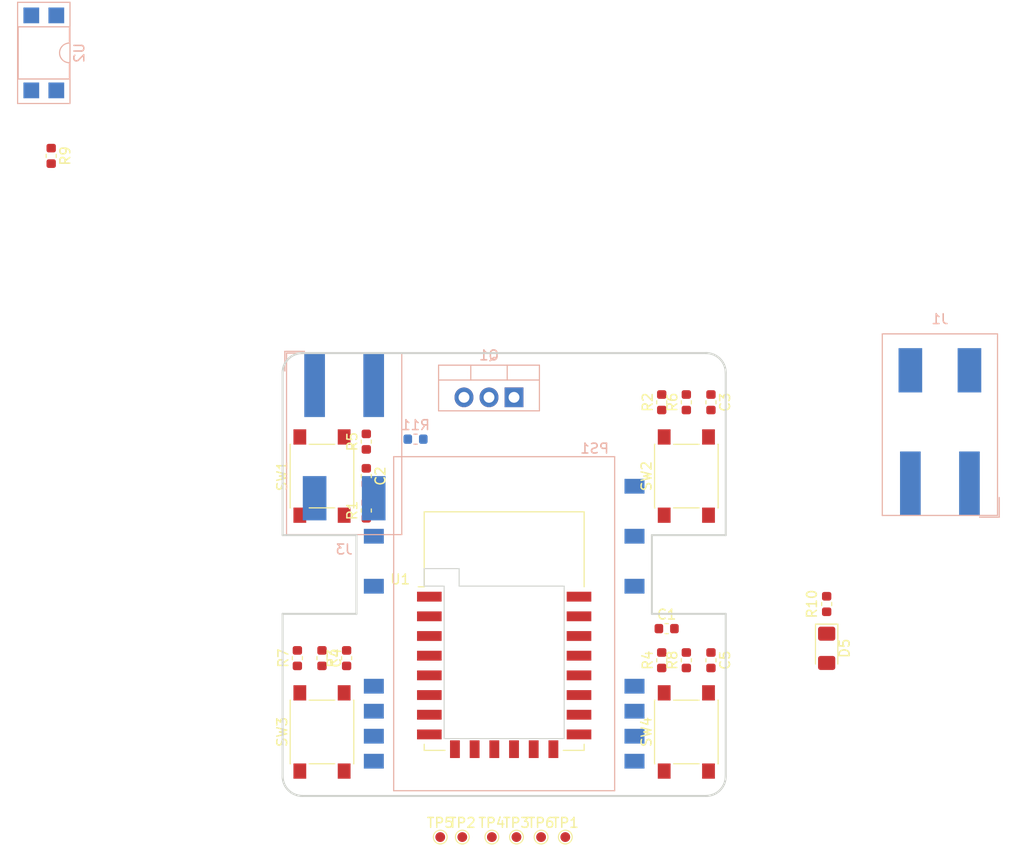
<source format=kicad_pcb>
(kicad_pcb (version 20171130) (host pcbnew 5.1.5+dfsg1-2build2)

  (general
    (thickness 1.6)
    (drawings 84)
    (tracks 0)
    (zones 0)
    (modules 33)
    (nets 29)
  )

  (page A4)
  (layers
    (0 F.Cu signal)
    (31 B.Cu signal)
    (32 B.Adhes user)
    (33 F.Adhes user)
    (34 B.Paste user)
    (35 F.Paste user)
    (36 B.SilkS user)
    (37 F.SilkS user)
    (38 B.Mask user)
    (39 F.Mask user)
    (40 Dwgs.User user)
    (41 Cmts.User user)
    (42 Eco1.User user)
    (43 Eco2.User user)
    (44 Edge.Cuts user)
    (45 Margin user)
    (46 B.CrtYd user)
    (47 F.CrtYd user)
    (48 B.Fab user)
    (49 F.Fab user hide)
  )

  (setup
    (last_trace_width 0.25)
    (trace_clearance 0.2)
    (zone_clearance 0.508)
    (zone_45_only no)
    (trace_min 0.2)
    (via_size 0.8)
    (via_drill 0.4)
    (via_min_size 0.4)
    (via_min_drill 0.3)
    (uvia_size 0.3)
    (uvia_drill 0.1)
    (uvias_allowed no)
    (uvia_min_size 0.2)
    (uvia_min_drill 0.1)
    (edge_width 0.05)
    (segment_width 0.2)
    (pcb_text_width 0.3)
    (pcb_text_size 1.5 1.5)
    (mod_edge_width 0.12)
    (mod_text_size 1 1)
    (mod_text_width 0.15)
    (pad_size 1.524 1.524)
    (pad_drill 0.762)
    (pad_to_mask_clearance 0.051)
    (solder_mask_min_width 0.25)
    (aux_axis_origin 0 0)
    (visible_elements FFFFFF7F)
    (pcbplotparams
      (layerselection 0x010fc_ffffffff)
      (usegerberextensions false)
      (usegerberattributes false)
      (usegerberadvancedattributes false)
      (creategerberjobfile false)
      (excludeedgelayer true)
      (linewidth 0.100000)
      (plotframeref false)
      (viasonmask false)
      (mode 1)
      (useauxorigin false)
      (hpglpennumber 1)
      (hpglpenspeed 20)
      (hpglpendiameter 15.000000)
      (psnegative false)
      (psa4output false)
      (plotreference true)
      (plotvalue true)
      (plotinvisibletext false)
      (padsonsilk false)
      (subtractmaskfromsilk false)
      (outputformat 1)
      (mirror false)
      (drillshape 1)
      (scaleselection 1)
      (outputdirectory ""))
  )

  (net 0 "")
  (net 1 GND)
  (net 2 /SW1)
  (net 3 /SW2)
  (net 4 /SW3)
  (net 5 /SW4)
  (net 6 /AC_PWR_SIG)
  (net 7 +3V3)
  (net 8 "Net-(D5-Pad2)")
  (net 9 "Net-(U1-Pad2)")
  (net 10 "Net-(U1-Pad3)")
  (net 11 "Net-(U1-Pad6)")
  (net 12 "Net-(U1-Pad16)")
  (net 13 "Net-(U2-Pad3)")
  (net 14 "Net-(J1-Pad2)")
  (net 15 "Net-(J1-Pad1)")
  (net 16 "Net-(J3-Pad2)")
  (net 17 "Net-(D5-Pad1)")
  (net 18 "Net-(Q1-Pad3)")
  (net 19 "Net-(R1-Pad2)")
  (net 20 "Net-(R2-Pad2)")
  (net 21 "Net-(R3-Pad2)")
  (net 22 "Net-(R4-Pad2)")
  (net 23 "Net-(R9-Pad1)")
  (net 24 "Net-(R11-Pad2)")
  (net 25 "Net-(TP2-Pad1)")
  (net 26 "Net-(TP3-Pad1)")
  (net 27 "Net-(TP4-Pad1)")
  (net 28 "Net-(TP6-Pad1)")

  (net_class Default "This is the default net class."
    (clearance 0.2)
    (trace_width 0.25)
    (via_dia 0.8)
    (via_drill 0.4)
    (uvia_dia 0.3)
    (uvia_drill 0.1)
    (add_net +3V3)
    (add_net /AC_PWR_SIG)
    (add_net /SW1)
    (add_net /SW2)
    (add_net /SW3)
    (add_net /SW4)
    (add_net GND)
    (add_net "Net-(D5-Pad1)")
    (add_net "Net-(D5-Pad2)")
    (add_net "Net-(J1-Pad1)")
    (add_net "Net-(J1-Pad2)")
    (add_net "Net-(J3-Pad2)")
    (add_net "Net-(Q1-Pad3)")
    (add_net "Net-(R1-Pad2)")
    (add_net "Net-(R11-Pad2)")
    (add_net "Net-(R2-Pad2)")
    (add_net "Net-(R3-Pad2)")
    (add_net "Net-(R4-Pad2)")
    (add_net "Net-(R9-Pad1)")
    (add_net "Net-(TP2-Pad1)")
    (add_net "Net-(TP3-Pad1)")
    (add_net "Net-(TP4-Pad1)")
    (add_net "Net-(TP6-Pad1)")
    (add_net "Net-(U1-Pad16)")
    (add_net "Net-(U1-Pad2)")
    (add_net "Net-(U1-Pad3)")
    (add_net "Net-(U1-Pad6)")
    (add_net "Net-(U2-Pad3)")
  )

  (module TerminalBlock_WAGO_Local:TerminalBlock_WAGO_2061_1x02_P6.00mm (layer B.Cu) (tedit 5FF761F8) (tstamp 5FF8D22B)
    (at 30.75 30.75)
    (path /602224A8)
    (fp_text reference J3 (at 3 16.7) (layer B.SilkS)
      (effects (font (size 1 1) (thickness 0.15)) (justify mirror))
    )
    (fp_text value Screw_Terminal_01x02 (at 3 18.45) (layer B.Fab)
      (effects (font (size 1 1) (thickness 0.15)) (justify mirror))
    )
    (fp_line (start -3.025 -3.425) (end -1.025 -3.425) (layer B.SilkS) (width 0.12))
    (fp_line (start -3.025 -1.425) (end -3.025 -3.425) (layer B.SilkS) (width 0.12))
    (fp_line (start 9.2 -10) (end 9.2 15.8) (layer B.CrtYd) (width 0.12))
    (fp_line (start -3.2 15.8) (end -3.2 -10) (layer B.CrtYd) (width 0.12))
    (fp_line (start -3.2 -10) (end 9.2 -10) (layer B.CrtYd) (width 0.12))
    (fp_line (start -3.2 15.8) (end 9.2 15.8) (layer B.CrtYd) (width 0.12))
    (fp_line (start 8.85 -3.25) (end -2.85 -3.25) (layer B.SilkS) (width 0.12))
    (fp_line (start -2.85 15.2) (end 8.85 15.2) (layer B.SilkS) (width 0.12))
    (fp_line (start 8.85 -3.25) (end 8.85 15.2) (layer B.SilkS) (width 0.12))
    (fp_line (start -2.85 -3.25) (end -2.85 15.2) (layer B.SilkS) (width 0.12))
    (pad 2 smd rect (at 6 11.5) (size 2.4 4.5) (layers B.Cu B.Paste B.Mask)
      (net 16 "Net-(J3-Pad2)"))
    (pad 2 smd rect (at 6 0) (size 2.1 6.5) (layers B.Cu B.Paste B.Mask)
      (net 16 "Net-(J3-Pad2)"))
    (pad 1 smd rect (at 0 11.5) (size 2.4 4.5) (layers B.Cu B.Paste B.Mask)
      (net 15 "Net-(J1-Pad1)"))
    (pad 1 smd rect (at 0 0) (size 2.1 6.5) (layers B.Cu B.Paste B.Mask)
      (net 15 "Net-(J1-Pad1)"))
  )

  (module TerminalBlock_WAGO_Local:TerminalBlock_WAGO_2061_1x02_P6.00mm (layer B.Cu) (tedit 5FF761F8) (tstamp 5FF8D1E0)
    (at 97.25 40.75 180)
    (path /6020493C)
    (fp_text reference J1 (at 3 16.7) (layer B.SilkS)
      (effects (font (size 1 1) (thickness 0.15)) (justify mirror))
    )
    (fp_text value Screw_Terminal_01x02 (at 3 18.45) (layer B.Fab)
      (effects (font (size 1 1) (thickness 0.15)) (justify mirror))
    )
    (fp_line (start -3.025 -3.425) (end -1.025 -3.425) (layer B.SilkS) (width 0.12))
    (fp_line (start -3.025 -1.425) (end -3.025 -3.425) (layer B.SilkS) (width 0.12))
    (fp_line (start 9.2 -10) (end 9.2 15.8) (layer B.CrtYd) (width 0.12))
    (fp_line (start -3.2 15.8) (end -3.2 -10) (layer B.CrtYd) (width 0.12))
    (fp_line (start -3.2 -10) (end 9.2 -10) (layer B.CrtYd) (width 0.12))
    (fp_line (start -3.2 15.8) (end 9.2 15.8) (layer B.CrtYd) (width 0.12))
    (fp_line (start 8.85 -3.25) (end -2.85 -3.25) (layer B.SilkS) (width 0.12))
    (fp_line (start -2.85 15.2) (end 8.85 15.2) (layer B.SilkS) (width 0.12))
    (fp_line (start 8.85 -3.25) (end 8.85 15.2) (layer B.SilkS) (width 0.12))
    (fp_line (start -2.85 -3.25) (end -2.85 15.2) (layer B.SilkS) (width 0.12))
    (pad 2 smd rect (at 6 11.5 180) (size 2.4 4.5) (layers B.Cu B.Paste B.Mask)
      (net 14 "Net-(J1-Pad2)"))
    (pad 2 smd rect (at 6 0 180) (size 2.1 6.5) (layers B.Cu B.Paste B.Mask)
      (net 14 "Net-(J1-Pad2)"))
    (pad 1 smd rect (at 0 11.5 180) (size 2.4 4.5) (layers B.Cu B.Paste B.Mask)
      (net 15 "Net-(J1-Pad1)"))
    (pad 1 smd rect (at 0 0 180) (size 2.1 6.5) (layers B.Cu B.Paste B.Mask)
      (net 15 "Net-(J1-Pad1)"))
  )

  (module Converter_ACDC:Converter_ACDC_MeanWell_IRM-02-xx_SMD (layer B.Cu) (tedit 5B57271E) (tstamp 5FF8704F)
    (at 50 55 180)
    (descr "ACDC-Converter, 3W, Meanwell, IRM-02, SMD, https://www.meanwell.com/Upload/PDF/IRM-02/IRM-02-SPEC.PDF")
    (tags "ACDC-Converter 3W")
    (path /5FFC0726)
    (attr smd)
    (fp_text reference PS1 (at -9.18 17.8) (layer B.SilkS)
      (effects (font (size 1 1) (thickness 0.15)) (justify mirror))
    )
    (fp_text value IRM-02-3.3S (at 0 -17.9) (layer B.Fab)
      (effects (font (size 1 1) (thickness 0.15)) (justify mirror))
    )
    (fp_line (start -11.1 15.85) (end -10.1 16.85) (layer B.Fab) (width 0.1))
    (fp_text user %R (at 0 0) (layer B.Fab)
      (effects (font (size 1 1) (thickness 0.15)) (justify mirror))
    )
    (fp_line (start 11.1 16.85) (end -10.1 16.85) (layer B.Fab) (width 0.1))
    (fp_line (start 11.1 -16.85) (end 11.1 16.85) (layer B.Fab) (width 0.1))
    (fp_line (start -11.1 -16.85) (end 11.1 -16.85) (layer B.Fab) (width 0.1))
    (fp_line (start -11.1 15.85) (end -11.1 -16.85) (layer B.Fab) (width 0.1))
    (fp_line (start 14.5 17.1) (end 14.5 -17.1) (layer B.CrtYd) (width 0.05))
    (fp_line (start -14.5 -17.1) (end 14.5 -17.1) (layer B.CrtYd) (width 0.05))
    (fp_line (start -14.5 17.1) (end -14.5 -17.1) (layer B.CrtYd) (width 0.05))
    (fp_line (start 14.5 17.1) (end -14.5 17.1) (layer B.CrtYd) (width 0.05))
    (fp_line (start -11.22 16.97) (end 11.22 16.97) (layer B.SilkS) (width 0.12))
    (fp_line (start -11.22 -16.97) (end -11.22 16.97) (layer B.SilkS) (width 0.12))
    (fp_line (start 11.22 -16.97) (end -11.22 -16.97) (layer B.SilkS) (width 0.12))
    (fp_line (start 11.22 16.97) (end 11.22 -16.97) (layer B.SilkS) (width 0.12))
    (pad 12 smd rect (at -13.235 -13.97 270) (size 1.5 2.03) (layers B.Cu B.Paste B.Mask)
      (net 7 +3V3))
    (pad 11 smd rect (at -13.235 -11.43 270) (size 1.5 2.03) (layers B.Cu B.Paste B.Mask))
    (pad 10 smd rect (at -13.235 -8.89 270) (size 1.5 2.03) (layers B.Cu B.Paste B.Mask))
    (pad 9 smd rect (at -13.235 -6.35 270) (size 1.5 2.03) (layers B.Cu B.Paste B.Mask))
    (pad 5 smd rect (at -13.235 3.81 270) (size 1.5 2.03) (layers B.Cu B.Paste B.Mask))
    (pad 3 smd rect (at -13.235 8.89 270) (size 1.5 2.03) (layers B.Cu B.Paste B.Mask))
    (pad 1 smd rect (at -13.235 13.97 270) (size 1.5 2.03) (layers B.Cu B.Paste B.Mask)
      (net 15 "Net-(J1-Pad1)"))
    (pad 13 smd rect (at 13.235 -13.97 270) (size 1.5 2.03) (layers B.Cu B.Paste B.Mask)
      (net 1 GND))
    (pad 14 smd rect (at 13.235 -11.43 270) (size 1.5 2.03) (layers B.Cu B.Paste B.Mask))
    (pad 15 smd rect (at 13.235 -8.89 270) (size 1.5 2.03) (layers B.Cu B.Paste B.Mask))
    (pad 16 smd rect (at 13.235 -6.35 270) (size 1.5 2.03) (layers B.Cu B.Paste B.Mask))
    (pad 20 smd rect (at 13.235 3.81 270) (size 1.5 2.03) (layers B.Cu B.Paste B.Mask))
    (pad 22 smd rect (at 13.235 8.89 270) (size 1.5 2.03) (layers B.Cu B.Paste B.Mask))
    (pad 24 smd rect (at 13.235 13.97 270) (size 1.5 2.03) (layers B.Cu B.Paste B.Mask)
      (net 16 "Net-(J3-Pad2)"))
    (model ${KISYS3DMOD}/Converter_ACDC.3dshapes/Converter_ACDC_MeanWell_IRM-02-xx_SMD.wrl
      (at (xyz 0 0 0))
      (scale (xyz 1 1 1))
      (rotate (xyz 0 0 0))
    )
  )

  (module Package_DIP:DIP-4_W7.62mm_SMDSocket_SmallPads (layer B.Cu) (tedit 5A02E8C5) (tstamp 5FF8945D)
    (at 3.25 -3 90)
    (descr "4-lead though-hole mounted DIP package, row spacing 7.62 mm (300 mils), SMDSocket, SmallPads")
    (tags "THT DIP DIL PDIP 2.54mm 7.62mm 300mil SMDSocket SmallPads")
    (path /5FF89C09)
    (attr smd)
    (fp_text reference U2 (at 0 3.6 90) (layer B.SilkS)
      (effects (font (size 1 1) (thickness 0.15)) (justify mirror))
    )
    (fp_text value MOC3033M (at 0 -3.6 90) (layer B.Fab)
      (effects (font (size 1 1) (thickness 0.15)) (justify mirror))
    )
    (fp_text user %R (at 0 0 90) (layer B.Fab)
      (effects (font (size 1 1) (thickness 0.15)) (justify mirror))
    )
    (fp_line (start 5.35 2.85) (end -5.35 2.85) (layer B.CrtYd) (width 0.05))
    (fp_line (start 5.35 -2.85) (end 5.35 2.85) (layer B.CrtYd) (width 0.05))
    (fp_line (start -5.35 -2.85) (end 5.35 -2.85) (layer B.CrtYd) (width 0.05))
    (fp_line (start -5.35 2.85) (end -5.35 -2.85) (layer B.CrtYd) (width 0.05))
    (fp_line (start 5.14 2.66) (end -5.14 2.66) (layer B.SilkS) (width 0.12))
    (fp_line (start 5.14 -2.66) (end 5.14 2.66) (layer B.SilkS) (width 0.12))
    (fp_line (start -5.14 -2.66) (end 5.14 -2.66) (layer B.SilkS) (width 0.12))
    (fp_line (start -5.14 2.66) (end -5.14 -2.66) (layer B.SilkS) (width 0.12))
    (fp_line (start 2.65 2.6) (end 1 2.6) (layer B.SilkS) (width 0.12))
    (fp_line (start 2.65 -2.6) (end 2.65 2.6) (layer B.SilkS) (width 0.12))
    (fp_line (start -2.65 -2.6) (end 2.65 -2.6) (layer B.SilkS) (width 0.12))
    (fp_line (start -2.65 2.6) (end -2.65 -2.6) (layer B.SilkS) (width 0.12))
    (fp_line (start -1 2.6) (end -2.65 2.6) (layer B.SilkS) (width 0.12))
    (fp_line (start 5.08 2.6) (end -5.08 2.6) (layer B.Fab) (width 0.1))
    (fp_line (start 5.08 -2.6) (end 5.08 2.6) (layer B.Fab) (width 0.1))
    (fp_line (start -5.08 -2.6) (end 5.08 -2.6) (layer B.Fab) (width 0.1))
    (fp_line (start -5.08 2.6) (end -5.08 -2.6) (layer B.Fab) (width 0.1))
    (fp_line (start -3.175 1.54) (end -2.175 2.54) (layer B.Fab) (width 0.1))
    (fp_line (start -3.175 -2.54) (end -3.175 1.54) (layer B.Fab) (width 0.1))
    (fp_line (start 3.175 -2.54) (end -3.175 -2.54) (layer B.Fab) (width 0.1))
    (fp_line (start 3.175 2.54) (end 3.175 -2.54) (layer B.Fab) (width 0.1))
    (fp_line (start -2.175 2.54) (end 3.175 2.54) (layer B.Fab) (width 0.1))
    (fp_arc (start 0 2.6) (end -1 2.6) (angle 180) (layer B.SilkS) (width 0.12))
    (pad 4 smd rect (at 3.81 1.27 90) (size 1.6 1.6) (layers B.Cu B.Paste B.Mask)
      (net 24 "Net-(R11-Pad2)"))
    (pad 2 smd rect (at -3.81 -1.27 90) (size 1.6 1.6) (layers B.Cu B.Paste B.Mask)
      (net 1 GND))
    (pad 3 smd rect (at 3.81 -1.27 90) (size 1.6 1.6) (layers B.Cu B.Paste B.Mask)
      (net 13 "Net-(U2-Pad3)"))
    (pad 1 smd rect (at -3.81 1.27 90) (size 1.6 1.6) (layers B.Cu B.Paste B.Mask)
      (net 23 "Net-(R9-Pad1)"))
    (model ${KISYS3DMOD}/Package_DIP.3dshapes/DIP-4_W7.62mm_SMDSocket.wrl
      (at (xyz 0 0 0))
      (scale (xyz 1 1 1))
      (rotate (xyz 0 0 0))
    )
  )

  (module RF_Module_Local:ESP-12E-Cutout (layer F.Cu) (tedit 5FF750EC) (tstamp 5FFA0B83)
    (at 50 55.75)
    (descr "Wi-Fi Module, http://wiki.ai-thinker.com/_media/esp8266/docs/aithinker_esp_12f_datasheet_en.pdf")
    (tags "Wi-Fi Module")
    (path /5FEA99C7)
    (attr smd)
    (fp_text reference U1 (at -10.56 -5.26 180) (layer F.SilkS)
      (effects (font (size 1 1) (thickness 0.15)))
    )
    (fp_text value ESP-WROOM-02 (at -0.06 -12.78 180) (layer F.Fab)
      (effects (font (size 1 1) (thickness 0.15)))
    )
    (fp_line (start -4.572 -6.35) (end -4.572 -4.572) (layer Edge.Cuts) (width 0.1))
    (fp_line (start -8.128 -6.35) (end -4.572 -6.35) (layer Edge.Cuts) (width 0.1))
    (fp_line (start -8.128 -4.572) (end -8.128 -6.35) (layer Edge.Cuts) (width 0.1))
    (fp_line (start -6.096 -4.572) (end -8.128 -4.572) (layer Edge.Cuts) (width 0.1))
    (fp_line (start 6.096 -4.572) (end -4.572 -4.572) (layer Edge.Cuts) (width 0.1))
    (fp_line (start 6.096 10.922) (end 6.096 -4.572) (layer Edge.Cuts) (width 0.1))
    (fp_line (start -6.096 10.922) (end 6.096 10.922) (layer Edge.Cuts) (width 0.1))
    (fp_line (start -6.096 -4.572) (end -6.096 10.922) (layer Edge.Cuts) (width 0.1))
    (fp_line (start 5.56 -4.8) (end 8.12 -7.36) (layer Dwgs.User) (width 0.12))
    (fp_line (start 2.56 -4.8) (end 8.12 -10.36) (layer Dwgs.User) (width 0.12))
    (fp_line (start -0.44 -4.8) (end 6.88 -12.12) (layer Dwgs.User) (width 0.12))
    (fp_line (start -3.44 -4.8) (end 3.88 -12.12) (layer Dwgs.User) (width 0.12))
    (fp_line (start -6.44 -4.8) (end 0.88 -12.12) (layer Dwgs.User) (width 0.12))
    (fp_line (start -8.12 -6.12) (end -2.12 -12.12) (layer Dwgs.User) (width 0.12))
    (fp_line (start -8.12 -9.12) (end -5.12 -12.12) (layer Dwgs.User) (width 0.12))
    (fp_line (start -8.12 -4.8) (end -8.12 -12.12) (layer Dwgs.User) (width 0.12))
    (fp_line (start 8.12 -4.8) (end -8.12 -4.8) (layer Dwgs.User) (width 0.12))
    (fp_line (start 8.12 -12.12) (end 8.12 -4.8) (layer Dwgs.User) (width 0.12))
    (fp_line (start -8.12 -12.12) (end 8.12 -12.12) (layer Dwgs.User) (width 0.12))
    (fp_line (start -8.12 -4.5) (end -8.73 -4.5) (layer F.SilkS) (width 0.12))
    (fp_line (start -8.12 -4.5) (end -8.12 -12.12) (layer F.SilkS) (width 0.12))
    (fp_line (start -8.12 12.12) (end -8.12 11.5) (layer F.SilkS) (width 0.12))
    (fp_line (start -6 12.12) (end -8.12 12.12) (layer F.SilkS) (width 0.12))
    (fp_line (start 8.12 12.12) (end 6 12.12) (layer F.SilkS) (width 0.12))
    (fp_line (start 8.12 11.5) (end 8.12 12.12) (layer F.SilkS) (width 0.12))
    (fp_line (start 8.12 -12.12) (end 8.12 -4.5) (layer F.SilkS) (width 0.12))
    (fp_line (start -8.12 -12.12) (end 8.12 -12.12) (layer F.SilkS) (width 0.12))
    (fp_line (start -9.05 13.1) (end -9.05 -12.2) (layer F.CrtYd) (width 0.05))
    (fp_line (start 9.05 13.1) (end -9.05 13.1) (layer F.CrtYd) (width 0.05))
    (fp_line (start 9.05 -12.2) (end 9.05 13.1) (layer F.CrtYd) (width 0.05))
    (fp_line (start -9.05 -12.2) (end 9.05 -12.2) (layer F.CrtYd) (width 0.05))
    (fp_line (start -8 -4) (end -8 -12) (layer F.Fab) (width 0.12))
    (fp_line (start -7.5 -3.5) (end -8 -4) (layer F.Fab) (width 0.12))
    (fp_line (start -8 -3) (end -7.5 -3.5) (layer F.Fab) (width 0.12))
    (fp_line (start -8 12) (end -8 -3) (layer F.Fab) (width 0.12))
    (fp_line (start 8 12) (end -8 12) (layer F.Fab) (width 0.12))
    (fp_line (start 8 -12) (end 8 12) (layer F.Fab) (width 0.12))
    (fp_line (start -8 -12) (end 8 -12) (layer F.Fab) (width 0.12))
    (fp_text user %R (at 0.49 -0.8 180) (layer F.Fab)
      (effects (font (size 1 1) (thickness 0.15)))
    )
    (fp_text user "KEEP-OUT ZONE" (at 0.03 -9.55) (layer Cmts.User)
      (effects (font (size 1 1) (thickness 0.15)))
    )
    (fp_text user Antenna (at -0.06 -7) (layer Cmts.User)
      (effects (font (size 1 1) (thickness 0.15)))
    )
    (pad 1 smd rect (at 7.6 -3.5) (size 2.5 1) (layers F.Cu F.Paste F.Mask)
      (net 7 +3V3))
    (pad 2 smd rect (at 7.6 -1.5) (size 2.5 1) (layers F.Cu F.Paste F.Mask)
      (net 9 "Net-(U1-Pad2)"))
    (pad 3 smd rect (at 7.6 0.5) (size 2.5 1) (layers F.Cu F.Paste F.Mask)
      (net 10 "Net-(U1-Pad3)"))
    (pad 4 smd rect (at 7.6 2.5) (size 2.5 1) (layers F.Cu F.Paste F.Mask)
      (net 5 /SW4))
    (pad 5 smd rect (at 7.6 4.5) (size 2.5 1) (layers F.Cu F.Paste F.Mask)
      (net 8 "Net-(D5-Pad2)"))
    (pad 6 smd rect (at 7.6 6.5) (size 2.5 1) (layers F.Cu F.Paste F.Mask)
      (net 11 "Net-(U1-Pad6)"))
    (pad 7 smd rect (at 7.6 8.5) (size 2.5 1) (layers F.Cu F.Paste F.Mask)
      (net 2 /SW1))
    (pad 8 smd rect (at 7.6 10.5) (size 2.5 1) (layers F.Cu F.Paste F.Mask)
      (net 28 "Net-(TP6-Pad1)"))
    (pad 9 smd rect (at 5 12) (size 1 1.8) (layers F.Cu F.Paste F.Mask)
      (net 1 GND))
    (pad 10 smd rect (at 3 12) (size 1 1.8) (layers F.Cu F.Paste F.Mask)
      (net 3 /SW2))
    (pad 11 smd rect (at 1 12) (size 1 1.8) (layers F.Cu F.Paste F.Mask)
      (net 26 "Net-(TP3-Pad1)"))
    (pad 12 smd rect (at -1 12) (size 1 1.8) (layers F.Cu F.Paste F.Mask)
      (net 27 "Net-(TP4-Pad1)"))
    (pad 13 smd rect (at -3 12) (size 1 1.8) (layers F.Cu F.Paste F.Mask)
      (net 1 GND))
    (pad 14 smd rect (at -5 12) (size 1 1.8) (layers F.Cu F.Paste F.Mask)
      (net 4 /SW3))
    (pad 15 smd rect (at -7.6 10.5) (size 2.5 1) (layers F.Cu F.Paste F.Mask)
      (net 25 "Net-(TP2-Pad1)"))
    (pad 16 smd rect (at -7.6 8.5) (size 2.5 1) (layers F.Cu F.Paste F.Mask)
      (net 12 "Net-(U1-Pad16)"))
    (pad 17 smd rect (at -7.6 6.5) (size 2.5 1) (layers F.Cu F.Paste F.Mask)
      (net 6 /AC_PWR_SIG))
    (pad 18 smd rect (at -7.6 4.5) (size 2.5 1) (layers F.Cu F.Paste F.Mask)
      (net 1 GND))
    (pad 19 smd rect (at -7.6 2.5) (size 2.5 1) (layers F.Cu F.Paste F.Mask)
      (net 1 GND))
    (pad 20 smd rect (at -7.6 0.5) (size 2.5 1) (layers F.Cu F.Paste F.Mask))
    (pad 21 smd rect (at -7.6 -1.5) (size 2.5 1) (layers F.Cu F.Paste F.Mask))
    (pad 22 smd rect (at -7.6 -3.5) (size 2.5 1) (layers F.Cu F.Paste F.Mask))
    (model ${KISYS3DMOD}/RF_Module.3dshapes/ESP-12E.wrl
      (at (xyz 0 0 0))
      (scale (xyz 1 1 1))
      (rotate (xyz 0 0 0))
    )
  )

  (module TestPoint:TestPoint_Pad_D1.0mm (layer F.Cu) (tedit 5A0F774F) (tstamp 5FF9A87F)
    (at 53.75 76.68)
    (descr "SMD pad as test Point, diameter 1.0mm")
    (tags "test point SMD pad")
    (path /603AB871)
    (attr virtual)
    (fp_text reference TP6 (at 0 -1.448) (layer F.SilkS)
      (effects (font (size 1 1) (thickness 0.15)))
    )
    (fp_text value TestPoint (at 0 1.55) (layer F.Fab)
      (effects (font (size 1 1) (thickness 0.15)))
    )
    (fp_circle (center 0 0) (end 0 0.7) (layer F.SilkS) (width 0.12))
    (fp_circle (center 0 0) (end 1 0) (layer F.CrtYd) (width 0.05))
    (fp_text user %R (at 0 -1.45) (layer F.Fab)
      (effects (font (size 1 1) (thickness 0.15)))
    )
    (pad 1 smd circle (at 0 0) (size 1 1) (layers F.Cu F.Mask)
      (net 28 "Net-(TP6-Pad1)"))
  )

  (module TestPoint:TestPoint_Pad_D1.0mm (layer F.Cu) (tedit 5A0F774F) (tstamp 5FF9A877)
    (at 43.51 76.68)
    (descr "SMD pad as test Point, diameter 1.0mm")
    (tags "test point SMD pad")
    (path /603A8FFD)
    (attr virtual)
    (fp_text reference TP5 (at 0 -1.448) (layer F.SilkS)
      (effects (font (size 1 1) (thickness 0.15)))
    )
    (fp_text value TestPoint (at 0 1.55) (layer F.Fab)
      (effects (font (size 1 1) (thickness 0.15)))
    )
    (fp_circle (center 0 0) (end 0 0.7) (layer F.SilkS) (width 0.12))
    (fp_circle (center 0 0) (end 1 0) (layer F.CrtYd) (width 0.05))
    (fp_text user %R (at 0 -1.45) (layer F.Fab)
      (effects (font (size 1 1) (thickness 0.15)))
    )
    (pad 1 smd circle (at 0 0) (size 1 1) (layers F.Cu F.Mask)
      (net 1 GND))
  )

  (module TestPoint:TestPoint_Pad_D1.0mm (layer F.Cu) (tedit 5A0F774F) (tstamp 5FF9A86F)
    (at 48.75 76.68)
    (descr "SMD pad as test Point, diameter 1.0mm")
    (tags "test point SMD pad")
    (path /603AB5FB)
    (attr virtual)
    (fp_text reference TP4 (at 0 -1.448) (layer F.SilkS)
      (effects (font (size 1 1) (thickness 0.15)))
    )
    (fp_text value TestPoint (at 0 1.55) (layer F.Fab)
      (effects (font (size 1 1) (thickness 0.15)))
    )
    (fp_circle (center 0 0) (end 0 0.7) (layer F.SilkS) (width 0.12))
    (fp_circle (center 0 0) (end 1 0) (layer F.CrtYd) (width 0.05))
    (fp_text user %R (at 0 -1.45) (layer F.Fab)
      (effects (font (size 1 1) (thickness 0.15)))
    )
    (pad 1 smd circle (at 0 0) (size 1 1) (layers F.Cu F.Mask)
      (net 27 "Net-(TP4-Pad1)"))
  )

  (module TestPoint:TestPoint_Pad_D1.0mm (layer F.Cu) (tedit 5A0F774F) (tstamp 5FF9A867)
    (at 51.25 76.68)
    (descr "SMD pad as test Point, diameter 1.0mm")
    (tags "test point SMD pad")
    (path /603AB736)
    (attr virtual)
    (fp_text reference TP3 (at 0 -1.448) (layer F.SilkS)
      (effects (font (size 1 1) (thickness 0.15)))
    )
    (fp_text value TestPoint (at 0 1.55) (layer F.Fab)
      (effects (font (size 1 1) (thickness 0.15)))
    )
    (fp_circle (center 0 0) (end 0 0.7) (layer F.SilkS) (width 0.12))
    (fp_circle (center 0 0) (end 1 0) (layer F.CrtYd) (width 0.05))
    (fp_text user %R (at 0 -1.45) (layer F.Fab)
      (effects (font (size 1 1) (thickness 0.15)))
    )
    (pad 1 smd circle (at 0 0) (size 1 1) (layers F.Cu F.Mask)
      (net 26 "Net-(TP3-Pad1)"))
  )

  (module TestPoint:TestPoint_Pad_D1.0mm (layer F.Cu) (tedit 5A0F774F) (tstamp 5FF9A85F)
    (at 45.75 76.68)
    (descr "SMD pad as test Point, diameter 1.0mm")
    (tags "test point SMD pad")
    (path /603ABB00)
    (attr virtual)
    (fp_text reference TP2 (at 0 -1.448) (layer F.SilkS)
      (effects (font (size 1 1) (thickness 0.15)))
    )
    (fp_text value TestPoint (at 0 1.55) (layer F.Fab)
      (effects (font (size 1 1) (thickness 0.15)))
    )
    (fp_circle (center 0 0) (end 0 0.7) (layer F.SilkS) (width 0.12))
    (fp_circle (center 0 0) (end 1 0) (layer F.CrtYd) (width 0.05))
    (fp_text user %R (at 0 -1.45) (layer F.Fab)
      (effects (font (size 1 1) (thickness 0.15)))
    )
    (pad 1 smd circle (at 0 0) (size 1 1) (layers F.Cu F.Mask)
      (net 25 "Net-(TP2-Pad1)"))
  )

  (module TestPoint:TestPoint_Pad_D1.0mm (layer F.Cu) (tedit 5A0F774F) (tstamp 5FF9FB2C)
    (at 56.21 76.68)
    (descr "SMD pad as test Point, diameter 1.0mm")
    (tags "test point SMD pad")
    (path /603AB9AC)
    (attr virtual)
    (fp_text reference TP1 (at 0 -1.448) (layer F.SilkS)
      (effects (font (size 1 1) (thickness 0.15)))
    )
    (fp_text value TestPoint (at 0 1.55) (layer F.Fab)
      (effects (font (size 1 1) (thickness 0.15)))
    )
    (fp_circle (center 0 0) (end 0 0.7) (layer F.SilkS) (width 0.12))
    (fp_circle (center 0 0) (end 1 0) (layer F.CrtYd) (width 0.05))
    (fp_text user %R (at 0 -1.45) (layer F.Fab)
      (effects (font (size 1 1) (thickness 0.15)))
    )
    (pad 1 smd circle (at 0 0) (size 1 1) (layers F.Cu F.Mask)
      (net 7 +3V3))
  )

  (module Resistor_SMD:R_0603_1608Metric (layer F.Cu) (tedit 5B301BBD) (tstamp 5FF8F89D)
    (at 29 58.5 90)
    (descr "Resistor SMD 0603 (1608 Metric), square (rectangular) end terminal, IPC_7351 nominal, (Body size source: http://www.tortai-tech.com/upload/download/2011102023233369053.pdf), generated with kicad-footprint-generator")
    (tags resistor)
    (path /603641A7)
    (attr smd)
    (fp_text reference R7 (at 0 -1.43 90) (layer F.SilkS)
      (effects (font (size 1 1) (thickness 0.15)))
    )
    (fp_text value 10K (at 0 1.43 90) (layer F.Fab)
      (effects (font (size 1 1) (thickness 0.15)))
    )
    (fp_text user %R (at 0 0 90) (layer F.Fab)
      (effects (font (size 0.4 0.4) (thickness 0.06)))
    )
    (fp_line (start 1.48 0.73) (end -1.48 0.73) (layer F.CrtYd) (width 0.05))
    (fp_line (start 1.48 -0.73) (end 1.48 0.73) (layer F.CrtYd) (width 0.05))
    (fp_line (start -1.48 -0.73) (end 1.48 -0.73) (layer F.CrtYd) (width 0.05))
    (fp_line (start -1.48 0.73) (end -1.48 -0.73) (layer F.CrtYd) (width 0.05))
    (fp_line (start -0.162779 0.51) (end 0.162779 0.51) (layer F.SilkS) (width 0.12))
    (fp_line (start -0.162779 -0.51) (end 0.162779 -0.51) (layer F.SilkS) (width 0.12))
    (fp_line (start 0.8 0.4) (end -0.8 0.4) (layer F.Fab) (width 0.1))
    (fp_line (start 0.8 -0.4) (end 0.8 0.4) (layer F.Fab) (width 0.1))
    (fp_line (start -0.8 -0.4) (end 0.8 -0.4) (layer F.Fab) (width 0.1))
    (fp_line (start -0.8 0.4) (end -0.8 -0.4) (layer F.Fab) (width 0.1))
    (pad 2 smd roundrect (at 0.7875 0 90) (size 0.875 0.95) (layers F.Cu F.Paste F.Mask) (roundrect_rratio 0.25)
      (net 1 GND))
    (pad 1 smd roundrect (at -0.7875 0 90) (size 0.875 0.95) (layers F.Cu F.Paste F.Mask) (roundrect_rratio 0.25)
      (net 4 /SW3))
    (model ${KISYS3DMOD}/Resistor_SMD.3dshapes/R_0603_1608Metric.wrl
      (at (xyz 0 0 0))
      (scale (xyz 1 1 1))
      (rotate (xyz 0 0 0))
    )
  )

  (module Resistor_SMD:R_0603_1608Metric (layer F.Cu) (tedit 5B301BBD) (tstamp 5FF927EB)
    (at 68.5 32.5 90)
    (descr "Resistor SMD 0603 (1608 Metric), square (rectangular) end terminal, IPC_7351 nominal, (Body size source: http://www.tortai-tech.com/upload/download/2011102023233369053.pdf), generated with kicad-footprint-generator")
    (tags resistor)
    (path /6036452F)
    (attr smd)
    (fp_text reference R6 (at 0 -1.43 90) (layer F.SilkS)
      (effects (font (size 1 1) (thickness 0.15)))
    )
    (fp_text value 10K (at 0 1.43 90) (layer F.Fab)
      (effects (font (size 1 1) (thickness 0.15)))
    )
    (fp_text user %R (at 0 0 90) (layer F.Fab)
      (effects (font (size 0.4 0.4) (thickness 0.06)))
    )
    (fp_line (start 1.48 0.73) (end -1.48 0.73) (layer F.CrtYd) (width 0.05))
    (fp_line (start 1.48 -0.73) (end 1.48 0.73) (layer F.CrtYd) (width 0.05))
    (fp_line (start -1.48 -0.73) (end 1.48 -0.73) (layer F.CrtYd) (width 0.05))
    (fp_line (start -1.48 0.73) (end -1.48 -0.73) (layer F.CrtYd) (width 0.05))
    (fp_line (start -0.162779 0.51) (end 0.162779 0.51) (layer F.SilkS) (width 0.12))
    (fp_line (start -0.162779 -0.51) (end 0.162779 -0.51) (layer F.SilkS) (width 0.12))
    (fp_line (start 0.8 0.4) (end -0.8 0.4) (layer F.Fab) (width 0.1))
    (fp_line (start 0.8 -0.4) (end 0.8 0.4) (layer F.Fab) (width 0.1))
    (fp_line (start -0.8 -0.4) (end 0.8 -0.4) (layer F.Fab) (width 0.1))
    (fp_line (start -0.8 0.4) (end -0.8 -0.4) (layer F.Fab) (width 0.1))
    (pad 2 smd roundrect (at 0.7875 0 90) (size 0.875 0.95) (layers F.Cu F.Paste F.Mask) (roundrect_rratio 0.25)
      (net 1 GND))
    (pad 1 smd roundrect (at -0.7875 0 90) (size 0.875 0.95) (layers F.Cu F.Paste F.Mask) (roundrect_rratio 0.25)
      (net 3 /SW2))
    (model ${KISYS3DMOD}/Resistor_SMD.3dshapes/R_0603_1608Metric.wrl
      (at (xyz 0 0 0))
      (scale (xyz 1 1 1))
      (rotate (xyz 0 0 0))
    )
  )

  (module Resistor_SMD:R_0603_1608Metric (layer F.Cu) (tedit 5B301BBD) (tstamp 5FF8F87B)
    (at 36 36.5 90)
    (descr "Resistor SMD 0603 (1608 Metric), square (rectangular) end terminal, IPC_7351 nominal, (Body size source: http://www.tortai-tech.com/upload/download/2011102023233369053.pdf), generated with kicad-footprint-generator")
    (tags resistor)
    (path /603648B9)
    (attr smd)
    (fp_text reference R5 (at 0 -1.43 90) (layer F.SilkS)
      (effects (font (size 1 1) (thickness 0.15)))
    )
    (fp_text value 10K (at 0 1.43 90) (layer F.Fab)
      (effects (font (size 1 1) (thickness 0.15)))
    )
    (fp_text user %R (at 0 0 90) (layer F.Fab)
      (effects (font (size 0.4 0.4) (thickness 0.06)))
    )
    (fp_line (start 1.48 0.73) (end -1.48 0.73) (layer F.CrtYd) (width 0.05))
    (fp_line (start 1.48 -0.73) (end 1.48 0.73) (layer F.CrtYd) (width 0.05))
    (fp_line (start -1.48 -0.73) (end 1.48 -0.73) (layer F.CrtYd) (width 0.05))
    (fp_line (start -1.48 0.73) (end -1.48 -0.73) (layer F.CrtYd) (width 0.05))
    (fp_line (start -0.162779 0.51) (end 0.162779 0.51) (layer F.SilkS) (width 0.12))
    (fp_line (start -0.162779 -0.51) (end 0.162779 -0.51) (layer F.SilkS) (width 0.12))
    (fp_line (start 0.8 0.4) (end -0.8 0.4) (layer F.Fab) (width 0.1))
    (fp_line (start 0.8 -0.4) (end 0.8 0.4) (layer F.Fab) (width 0.1))
    (fp_line (start -0.8 -0.4) (end 0.8 -0.4) (layer F.Fab) (width 0.1))
    (fp_line (start -0.8 0.4) (end -0.8 -0.4) (layer F.Fab) (width 0.1))
    (pad 2 smd roundrect (at 0.7875 0 90) (size 0.875 0.95) (layers F.Cu F.Paste F.Mask) (roundrect_rratio 0.25)
      (net 1 GND))
    (pad 1 smd roundrect (at -0.7875 0 90) (size 0.875 0.95) (layers F.Cu F.Paste F.Mask) (roundrect_rratio 0.25)
      (net 2 /SW1))
    (model ${KISYS3DMOD}/Resistor_SMD.3dshapes/R_0603_1608Metric.wrl
      (at (xyz 0 0 0))
      (scale (xyz 1 1 1))
      (rotate (xyz 0 0 0))
    )
  )

  (module Resistor_SMD:R_0603_1608Metric (layer F.Cu) (tedit 5B301BBD) (tstamp 5FF8F86A)
    (at 66 58.7125 90)
    (descr "Resistor SMD 0603 (1608 Metric), square (rectangular) end terminal, IPC_7351 nominal, (Body size source: http://www.tortai-tech.com/upload/download/2011102023233369053.pdf), generated with kicad-footprint-generator")
    (tags resistor)
    (path /60361C46)
    (attr smd)
    (fp_text reference R4 (at 0 -1.43 90) (layer F.SilkS)
      (effects (font (size 1 1) (thickness 0.15)))
    )
    (fp_text value 1K (at 0 1.43 90) (layer F.Fab)
      (effects (font (size 1 1) (thickness 0.15)))
    )
    (fp_text user %R (at 0 0 90) (layer F.Fab)
      (effects (font (size 0.4 0.4) (thickness 0.06)))
    )
    (fp_line (start 1.48 0.73) (end -1.48 0.73) (layer F.CrtYd) (width 0.05))
    (fp_line (start 1.48 -0.73) (end 1.48 0.73) (layer F.CrtYd) (width 0.05))
    (fp_line (start -1.48 -0.73) (end 1.48 -0.73) (layer F.CrtYd) (width 0.05))
    (fp_line (start -1.48 0.73) (end -1.48 -0.73) (layer F.CrtYd) (width 0.05))
    (fp_line (start -0.162779 0.51) (end 0.162779 0.51) (layer F.SilkS) (width 0.12))
    (fp_line (start -0.162779 -0.51) (end 0.162779 -0.51) (layer F.SilkS) (width 0.12))
    (fp_line (start 0.8 0.4) (end -0.8 0.4) (layer F.Fab) (width 0.1))
    (fp_line (start 0.8 -0.4) (end 0.8 0.4) (layer F.Fab) (width 0.1))
    (fp_line (start -0.8 -0.4) (end 0.8 -0.4) (layer F.Fab) (width 0.1))
    (fp_line (start -0.8 0.4) (end -0.8 -0.4) (layer F.Fab) (width 0.1))
    (pad 2 smd roundrect (at 0.7875 0 90) (size 0.875 0.95) (layers F.Cu F.Paste F.Mask) (roundrect_rratio 0.25)
      (net 22 "Net-(R4-Pad2)"))
    (pad 1 smd roundrect (at -0.7875 0 90) (size 0.875 0.95) (layers F.Cu F.Paste F.Mask) (roundrect_rratio 0.25)
      (net 5 /SW4))
    (model ${KISYS3DMOD}/Resistor_SMD.3dshapes/R_0603_1608Metric.wrl
      (at (xyz 0 0 0))
      (scale (xyz 1 1 1))
      (rotate (xyz 0 0 0))
    )
  )

  (module Resistor_SMD:R_0603_1608Metric (layer F.Cu) (tedit 5B301BBD) (tstamp 5FF8F859)
    (at 34 58.5 90)
    (descr "Resistor SMD 0603 (1608 Metric), square (rectangular) end terminal, IPC_7351 nominal, (Body size source: http://www.tortai-tech.com/upload/download/2011102023233369053.pdf), generated with kicad-footprint-generator")
    (tags resistor)
    (path /6036186F)
    (attr smd)
    (fp_text reference R3 (at 0 -1.43 90) (layer F.SilkS)
      (effects (font (size 1 1) (thickness 0.15)))
    )
    (fp_text value 1K (at 0 1.43 90) (layer F.Fab)
      (effects (font (size 1 1) (thickness 0.15)))
    )
    (fp_text user %R (at 0 0 90) (layer F.Fab)
      (effects (font (size 0.4 0.4) (thickness 0.06)))
    )
    (fp_line (start 1.48 0.73) (end -1.48 0.73) (layer F.CrtYd) (width 0.05))
    (fp_line (start 1.48 -0.73) (end 1.48 0.73) (layer F.CrtYd) (width 0.05))
    (fp_line (start -1.48 -0.73) (end 1.48 -0.73) (layer F.CrtYd) (width 0.05))
    (fp_line (start -1.48 0.73) (end -1.48 -0.73) (layer F.CrtYd) (width 0.05))
    (fp_line (start -0.162779 0.51) (end 0.162779 0.51) (layer F.SilkS) (width 0.12))
    (fp_line (start -0.162779 -0.51) (end 0.162779 -0.51) (layer F.SilkS) (width 0.12))
    (fp_line (start 0.8 0.4) (end -0.8 0.4) (layer F.Fab) (width 0.1))
    (fp_line (start 0.8 -0.4) (end 0.8 0.4) (layer F.Fab) (width 0.1))
    (fp_line (start -0.8 -0.4) (end 0.8 -0.4) (layer F.Fab) (width 0.1))
    (fp_line (start -0.8 0.4) (end -0.8 -0.4) (layer F.Fab) (width 0.1))
    (pad 2 smd roundrect (at 0.7875 0 90) (size 0.875 0.95) (layers F.Cu F.Paste F.Mask) (roundrect_rratio 0.25)
      (net 21 "Net-(R3-Pad2)"))
    (pad 1 smd roundrect (at -0.7875 0 90) (size 0.875 0.95) (layers F.Cu F.Paste F.Mask) (roundrect_rratio 0.25)
      (net 4 /SW3))
    (model ${KISYS3DMOD}/Resistor_SMD.3dshapes/R_0603_1608Metric.wrl
      (at (xyz 0 0 0))
      (scale (xyz 1 1 1))
      (rotate (xyz 0 0 0))
    )
  )

  (module Resistor_SMD:R_0603_1608Metric (layer F.Cu) (tedit 5B301BBD) (tstamp 5FF8F838)
    (at 36 43.5 90)
    (descr "Resistor SMD 0603 (1608 Metric), square (rectangular) end terminal, IPC_7351 nominal, (Body size source: http://www.tortai-tech.com/upload/download/2011102023233369053.pdf), generated with kicad-footprint-generator")
    (tags resistor)
    (path /60361F49)
    (attr smd)
    (fp_text reference R1 (at 0 -1.43 90) (layer F.SilkS)
      (effects (font (size 1 1) (thickness 0.15)))
    )
    (fp_text value 1K (at 0 1.43 90) (layer F.Fab)
      (effects (font (size 1 1) (thickness 0.15)))
    )
    (fp_text user %R (at 0 0 90) (layer F.Fab)
      (effects (font (size 0.4 0.4) (thickness 0.06)))
    )
    (fp_line (start 1.48 0.73) (end -1.48 0.73) (layer F.CrtYd) (width 0.05))
    (fp_line (start 1.48 -0.73) (end 1.48 0.73) (layer F.CrtYd) (width 0.05))
    (fp_line (start -1.48 -0.73) (end 1.48 -0.73) (layer F.CrtYd) (width 0.05))
    (fp_line (start -1.48 0.73) (end -1.48 -0.73) (layer F.CrtYd) (width 0.05))
    (fp_line (start -0.162779 0.51) (end 0.162779 0.51) (layer F.SilkS) (width 0.12))
    (fp_line (start -0.162779 -0.51) (end 0.162779 -0.51) (layer F.SilkS) (width 0.12))
    (fp_line (start 0.8 0.4) (end -0.8 0.4) (layer F.Fab) (width 0.1))
    (fp_line (start 0.8 -0.4) (end 0.8 0.4) (layer F.Fab) (width 0.1))
    (fp_line (start -0.8 -0.4) (end 0.8 -0.4) (layer F.Fab) (width 0.1))
    (fp_line (start -0.8 0.4) (end -0.8 -0.4) (layer F.Fab) (width 0.1))
    (pad 2 smd roundrect (at 0.7875 0 90) (size 0.875 0.95) (layers F.Cu F.Paste F.Mask) (roundrect_rratio 0.25)
      (net 19 "Net-(R1-Pad2)"))
    (pad 1 smd roundrect (at -0.7875 0 90) (size 0.875 0.95) (layers F.Cu F.Paste F.Mask) (roundrect_rratio 0.25)
      (net 2 /SW1))
    (model ${KISYS3DMOD}/Resistor_SMD.3dshapes/R_0603_1608Metric.wrl
      (at (xyz 0 0 0))
      (scale (xyz 1 1 1))
      (rotate (xyz 0 0 0))
    )
  )

  (module Capacitor_SMD:C_0603_1608Metric (layer F.Cu) (tedit 5B301BBE) (tstamp 5FF8F71B)
    (at 71 58.7125 270)
    (descr "Capacitor SMD 0603 (1608 Metric), square (rectangular) end terminal, IPC_7351 nominal, (Body size source: http://www.tortai-tech.com/upload/download/2011102023233369053.pdf), generated with kicad-footprint-generator")
    (tags capacitor)
    (path /6036527A)
    (attr smd)
    (fp_text reference C5 (at 0 -1.43 90) (layer F.SilkS)
      (effects (font (size 1 1) (thickness 0.15)))
    )
    (fp_text value 0.1µF (at 0 1.43 90) (layer F.Fab)
      (effects (font (size 1 1) (thickness 0.15)))
    )
    (fp_text user %R (at 0 0 90) (layer F.Fab)
      (effects (font (size 0.4 0.4) (thickness 0.06)))
    )
    (fp_line (start 1.48 0.73) (end -1.48 0.73) (layer F.CrtYd) (width 0.05))
    (fp_line (start 1.48 -0.73) (end 1.48 0.73) (layer F.CrtYd) (width 0.05))
    (fp_line (start -1.48 -0.73) (end 1.48 -0.73) (layer F.CrtYd) (width 0.05))
    (fp_line (start -1.48 0.73) (end -1.48 -0.73) (layer F.CrtYd) (width 0.05))
    (fp_line (start -0.162779 0.51) (end 0.162779 0.51) (layer F.SilkS) (width 0.12))
    (fp_line (start -0.162779 -0.51) (end 0.162779 -0.51) (layer F.SilkS) (width 0.12))
    (fp_line (start 0.8 0.4) (end -0.8 0.4) (layer F.Fab) (width 0.1))
    (fp_line (start 0.8 -0.4) (end 0.8 0.4) (layer F.Fab) (width 0.1))
    (fp_line (start -0.8 -0.4) (end 0.8 -0.4) (layer F.Fab) (width 0.1))
    (fp_line (start -0.8 0.4) (end -0.8 -0.4) (layer F.Fab) (width 0.1))
    (pad 2 smd roundrect (at 0.7875 0 270) (size 0.875 0.95) (layers F.Cu F.Paste F.Mask) (roundrect_rratio 0.25)
      (net 5 /SW4))
    (pad 1 smd roundrect (at -0.7875 0 270) (size 0.875 0.95) (layers F.Cu F.Paste F.Mask) (roundrect_rratio 0.25)
      (net 1 GND))
    (model ${KISYS3DMOD}/Capacitor_SMD.3dshapes/C_0603_1608Metric.wrl
      (at (xyz 0 0 0))
      (scale (xyz 1 1 1))
      (rotate (xyz 0 0 0))
    )
  )

  (module Capacitor_SMD:C_0603_1608Metric (layer F.Cu) (tedit 5B301BBE) (tstamp 5FF8F70A)
    (at 31.5 58.5 270)
    (descr "Capacitor SMD 0603 (1608 Metric), square (rectangular) end terminal, IPC_7351 nominal, (Body size source: http://www.tortai-tech.com/upload/download/2011102023233369053.pdf), generated with kicad-footprint-generator")
    (tags capacitor)
    (path /60364F66)
    (attr smd)
    (fp_text reference C4 (at 0 -1.43 90) (layer F.SilkS)
      (effects (font (size 1 1) (thickness 0.15)))
    )
    (fp_text value 0.1µF (at 0 1.43 90) (layer F.Fab)
      (effects (font (size 1 1) (thickness 0.15)))
    )
    (fp_text user %R (at 0 0 90) (layer F.Fab)
      (effects (font (size 0.4 0.4) (thickness 0.06)))
    )
    (fp_line (start 1.48 0.73) (end -1.48 0.73) (layer F.CrtYd) (width 0.05))
    (fp_line (start 1.48 -0.73) (end 1.48 0.73) (layer F.CrtYd) (width 0.05))
    (fp_line (start -1.48 -0.73) (end 1.48 -0.73) (layer F.CrtYd) (width 0.05))
    (fp_line (start -1.48 0.73) (end -1.48 -0.73) (layer F.CrtYd) (width 0.05))
    (fp_line (start -0.162779 0.51) (end 0.162779 0.51) (layer F.SilkS) (width 0.12))
    (fp_line (start -0.162779 -0.51) (end 0.162779 -0.51) (layer F.SilkS) (width 0.12))
    (fp_line (start 0.8 0.4) (end -0.8 0.4) (layer F.Fab) (width 0.1))
    (fp_line (start 0.8 -0.4) (end 0.8 0.4) (layer F.Fab) (width 0.1))
    (fp_line (start -0.8 -0.4) (end 0.8 -0.4) (layer F.Fab) (width 0.1))
    (fp_line (start -0.8 0.4) (end -0.8 -0.4) (layer F.Fab) (width 0.1))
    (pad 2 smd roundrect (at 0.7875 0 270) (size 0.875 0.95) (layers F.Cu F.Paste F.Mask) (roundrect_rratio 0.25)
      (net 4 /SW3))
    (pad 1 smd roundrect (at -0.7875 0 270) (size 0.875 0.95) (layers F.Cu F.Paste F.Mask) (roundrect_rratio 0.25)
      (net 1 GND))
    (model ${KISYS3DMOD}/Capacitor_SMD.3dshapes/C_0603_1608Metric.wrl
      (at (xyz 0 0 0))
      (scale (xyz 1 1 1))
      (rotate (xyz 0 0 0))
    )
  )

  (module Capacitor_SMD:C_0603_1608Metric (layer F.Cu) (tedit 5B301BBE) (tstamp 5FF8F6F9)
    (at 71 32.5 270)
    (descr "Capacitor SMD 0603 (1608 Metric), square (rectangular) end terminal, IPC_7351 nominal, (Body size source: http://www.tortai-tech.com/upload/download/2011102023233369053.pdf), generated with kicad-footprint-generator")
    (tags capacitor)
    (path /60364C3A)
    (attr smd)
    (fp_text reference C3 (at 0 -1.43 90) (layer F.SilkS)
      (effects (font (size 1 1) (thickness 0.15)))
    )
    (fp_text value 0.1µF (at 0 1.43 90) (layer F.Fab)
      (effects (font (size 1 1) (thickness 0.15)))
    )
    (fp_text user %R (at 0 0 90) (layer F.Fab)
      (effects (font (size 0.4 0.4) (thickness 0.06)))
    )
    (fp_line (start 1.48 0.73) (end -1.48 0.73) (layer F.CrtYd) (width 0.05))
    (fp_line (start 1.48 -0.73) (end 1.48 0.73) (layer F.CrtYd) (width 0.05))
    (fp_line (start -1.48 -0.73) (end 1.48 -0.73) (layer F.CrtYd) (width 0.05))
    (fp_line (start -1.48 0.73) (end -1.48 -0.73) (layer F.CrtYd) (width 0.05))
    (fp_line (start -0.162779 0.51) (end 0.162779 0.51) (layer F.SilkS) (width 0.12))
    (fp_line (start -0.162779 -0.51) (end 0.162779 -0.51) (layer F.SilkS) (width 0.12))
    (fp_line (start 0.8 0.4) (end -0.8 0.4) (layer F.Fab) (width 0.1))
    (fp_line (start 0.8 -0.4) (end 0.8 0.4) (layer F.Fab) (width 0.1))
    (fp_line (start -0.8 -0.4) (end 0.8 -0.4) (layer F.Fab) (width 0.1))
    (fp_line (start -0.8 0.4) (end -0.8 -0.4) (layer F.Fab) (width 0.1))
    (pad 2 smd roundrect (at 0.7875 0 270) (size 0.875 0.95) (layers F.Cu F.Paste F.Mask) (roundrect_rratio 0.25)
      (net 3 /SW2))
    (pad 1 smd roundrect (at -0.7875 0 270) (size 0.875 0.95) (layers F.Cu F.Paste F.Mask) (roundrect_rratio 0.25)
      (net 1 GND))
    (model ${KISYS3DMOD}/Capacitor_SMD.3dshapes/C_0603_1608Metric.wrl
      (at (xyz 0 0 0))
      (scale (xyz 1 1 1))
      (rotate (xyz 0 0 0))
    )
  )

  (module Button_Switch_SMD:SW_Push_1P1T_NO_6x6mm_H9.5mm (layer F.Cu) (tedit 5CA1CA7F) (tstamp 5FF8D30D)
    (at 68.5 66 90)
    (descr "tactile push button, 6x6mm e.g. PTS645xx series, height=9.5mm")
    (tags "tact sw push 6mm smd")
    (path /601D019F)
    (attr smd)
    (fp_text reference SW4 (at 0 -4.05 90) (layer F.SilkS)
      (effects (font (size 1 1) (thickness 0.15)))
    )
    (fp_text value SW_Push (at 0 4.15 90) (layer F.Fab)
      (effects (font (size 1 1) (thickness 0.15)))
    )
    (fp_circle (center 0 0) (end 1.75 -0.05) (layer F.Fab) (width 0.1))
    (fp_line (start -3.23 3.23) (end 3.23 3.23) (layer F.SilkS) (width 0.12))
    (fp_line (start -3.23 -1.3) (end -3.23 1.3) (layer F.SilkS) (width 0.12))
    (fp_line (start -3.23 -3.23) (end 3.23 -3.23) (layer F.SilkS) (width 0.12))
    (fp_line (start 3.23 -1.3) (end 3.23 1.3) (layer F.SilkS) (width 0.12))
    (fp_line (start -3.23 -3.2) (end -3.23 -3.23) (layer F.SilkS) (width 0.12))
    (fp_line (start -3.23 3.23) (end -3.23 3.2) (layer F.SilkS) (width 0.12))
    (fp_line (start 3.23 3.23) (end 3.23 3.2) (layer F.SilkS) (width 0.12))
    (fp_line (start 3.23 -3.23) (end 3.23 -3.2) (layer F.SilkS) (width 0.12))
    (fp_line (start -5 -3.25) (end 5 -3.25) (layer F.CrtYd) (width 0.05))
    (fp_line (start -5 3.25) (end 5 3.25) (layer F.CrtYd) (width 0.05))
    (fp_line (start -5 -3.25) (end -5 3.25) (layer F.CrtYd) (width 0.05))
    (fp_line (start 5 3.25) (end 5 -3.25) (layer F.CrtYd) (width 0.05))
    (fp_line (start 3 -3) (end -3 -3) (layer F.Fab) (width 0.1))
    (fp_line (start 3 3) (end 3 -3) (layer F.Fab) (width 0.1))
    (fp_line (start -3 3) (end 3 3) (layer F.Fab) (width 0.1))
    (fp_line (start -3 -3) (end -3 3) (layer F.Fab) (width 0.1))
    (fp_text user %R (at 0 -4.05 90) (layer F.Fab)
      (effects (font (size 1 1) (thickness 0.15)))
    )
    (pad 2 smd rect (at 3.975 2.25 90) (size 1.55 1.3) (layers F.Cu F.Paste F.Mask)
      (net 22 "Net-(R4-Pad2)"))
    (pad 1 smd rect (at 3.975 -2.25 90) (size 1.55 1.3) (layers F.Cu F.Paste F.Mask)
      (net 7 +3V3))
    (pad 1 smd rect (at -3.975 -2.25 90) (size 1.55 1.3) (layers F.Cu F.Paste F.Mask)
      (net 7 +3V3))
    (pad 2 smd rect (at -3.975 2.25 90) (size 1.55 1.3) (layers F.Cu F.Paste F.Mask)
      (net 22 "Net-(R4-Pad2)"))
    (model ${KISYS3DMOD}/Button_Switch_SMD.3dshapes/SW_PUSH_6mm_H9.5mm.wrl
      (at (xyz 0 0 0))
      (scale (xyz 1 1 1))
      (rotate (xyz 0 0 0))
    )
  )

  (module Button_Switch_SMD:SW_Push_1P1T_NO_6x6mm_H9.5mm (layer F.Cu) (tedit 5CA1CA7F) (tstamp 5FF8D2F3)
    (at 31.5 66 90)
    (descr "tactile push button, 6x6mm e.g. PTS645xx series, height=9.5mm")
    (tags "tact sw push 6mm smd")
    (path /601C52BD)
    (attr smd)
    (fp_text reference SW3 (at 0 -4.05 90) (layer F.SilkS)
      (effects (font (size 1 1) (thickness 0.15)))
    )
    (fp_text value SW_Push (at 0 4.15 90) (layer F.Fab)
      (effects (font (size 1 1) (thickness 0.15)))
    )
    (fp_circle (center 0 0) (end 1.75 -0.05) (layer F.Fab) (width 0.1))
    (fp_line (start -3.23 3.23) (end 3.23 3.23) (layer F.SilkS) (width 0.12))
    (fp_line (start -3.23 -1.3) (end -3.23 1.3) (layer F.SilkS) (width 0.12))
    (fp_line (start -3.23 -3.23) (end 3.23 -3.23) (layer F.SilkS) (width 0.12))
    (fp_line (start 3.23 -1.3) (end 3.23 1.3) (layer F.SilkS) (width 0.12))
    (fp_line (start -3.23 -3.2) (end -3.23 -3.23) (layer F.SilkS) (width 0.12))
    (fp_line (start -3.23 3.23) (end -3.23 3.2) (layer F.SilkS) (width 0.12))
    (fp_line (start 3.23 3.23) (end 3.23 3.2) (layer F.SilkS) (width 0.12))
    (fp_line (start 3.23 -3.23) (end 3.23 -3.2) (layer F.SilkS) (width 0.12))
    (fp_line (start -5 -3.25) (end 5 -3.25) (layer F.CrtYd) (width 0.05))
    (fp_line (start -5 3.25) (end 5 3.25) (layer F.CrtYd) (width 0.05))
    (fp_line (start -5 -3.25) (end -5 3.25) (layer F.CrtYd) (width 0.05))
    (fp_line (start 5 3.25) (end 5 -3.25) (layer F.CrtYd) (width 0.05))
    (fp_line (start 3 -3) (end -3 -3) (layer F.Fab) (width 0.1))
    (fp_line (start 3 3) (end 3 -3) (layer F.Fab) (width 0.1))
    (fp_line (start -3 3) (end 3 3) (layer F.Fab) (width 0.1))
    (fp_line (start -3 -3) (end -3 3) (layer F.Fab) (width 0.1))
    (fp_text user %R (at 0 -4.05 90) (layer F.Fab)
      (effects (font (size 1 1) (thickness 0.15)))
    )
    (pad 2 smd rect (at 3.975 2.25 90) (size 1.55 1.3) (layers F.Cu F.Paste F.Mask)
      (net 21 "Net-(R3-Pad2)"))
    (pad 1 smd rect (at 3.975 -2.25 90) (size 1.55 1.3) (layers F.Cu F.Paste F.Mask)
      (net 7 +3V3))
    (pad 1 smd rect (at -3.975 -2.25 90) (size 1.55 1.3) (layers F.Cu F.Paste F.Mask)
      (net 7 +3V3))
    (pad 2 smd rect (at -3.975 2.25 90) (size 1.55 1.3) (layers F.Cu F.Paste F.Mask)
      (net 21 "Net-(R3-Pad2)"))
    (model ${KISYS3DMOD}/Button_Switch_SMD.3dshapes/SW_PUSH_6mm_H9.5mm.wrl
      (at (xyz 0 0 0))
      (scale (xyz 1 1 1))
      (rotate (xyz 0 0 0))
    )
  )

  (module Button_Switch_SMD:SW_Push_1P1T_NO_6x6mm_H9.5mm (layer F.Cu) (tedit 5CA1CA7F) (tstamp 5FF8D2A7)
    (at 31.5 40 90)
    (descr "tactile push button, 6x6mm e.g. PTS645xx series, height=9.5mm")
    (tags "tact sw push 6mm smd")
    (path /601BFA42)
    (attr smd)
    (fp_text reference SW1 (at 0 -4.05 90) (layer F.SilkS)
      (effects (font (size 1 1) (thickness 0.15)))
    )
    (fp_text value SW_Push (at 0 4.15 90) (layer F.Fab)
      (effects (font (size 1 1) (thickness 0.15)))
    )
    (fp_circle (center 0 0) (end 1.75 -0.05) (layer F.Fab) (width 0.1))
    (fp_line (start -3.23 3.23) (end 3.23 3.23) (layer F.SilkS) (width 0.12))
    (fp_line (start -3.23 -1.3) (end -3.23 1.3) (layer F.SilkS) (width 0.12))
    (fp_line (start -3.23 -3.23) (end 3.23 -3.23) (layer F.SilkS) (width 0.12))
    (fp_line (start 3.23 -1.3) (end 3.23 1.3) (layer F.SilkS) (width 0.12))
    (fp_line (start -3.23 -3.2) (end -3.23 -3.23) (layer F.SilkS) (width 0.12))
    (fp_line (start -3.23 3.23) (end -3.23 3.2) (layer F.SilkS) (width 0.12))
    (fp_line (start 3.23 3.23) (end 3.23 3.2) (layer F.SilkS) (width 0.12))
    (fp_line (start 3.23 -3.23) (end 3.23 -3.2) (layer F.SilkS) (width 0.12))
    (fp_line (start -5 -3.25) (end 5 -3.25) (layer F.CrtYd) (width 0.05))
    (fp_line (start -5 3.25) (end 5 3.25) (layer F.CrtYd) (width 0.05))
    (fp_line (start -5 -3.25) (end -5 3.25) (layer F.CrtYd) (width 0.05))
    (fp_line (start 5 3.25) (end 5 -3.25) (layer F.CrtYd) (width 0.05))
    (fp_line (start 3 -3) (end -3 -3) (layer F.Fab) (width 0.1))
    (fp_line (start 3 3) (end 3 -3) (layer F.Fab) (width 0.1))
    (fp_line (start -3 3) (end 3 3) (layer F.Fab) (width 0.1))
    (fp_line (start -3 -3) (end -3 3) (layer F.Fab) (width 0.1))
    (fp_text user %R (at 0 -4.05 90) (layer F.Fab)
      (effects (font (size 1 1) (thickness 0.15)))
    )
    (pad 2 smd rect (at 3.975 2.25 90) (size 1.55 1.3) (layers F.Cu F.Paste F.Mask)
      (net 20 "Net-(R2-Pad2)"))
    (pad 1 smd rect (at 3.975 -2.25 90) (size 1.55 1.3) (layers F.Cu F.Paste F.Mask)
      (net 7 +3V3))
    (pad 1 smd rect (at -3.975 -2.25 90) (size 1.55 1.3) (layers F.Cu F.Paste F.Mask)
      (net 7 +3V3))
    (pad 2 smd rect (at -3.975 2.25 90) (size 1.55 1.3) (layers F.Cu F.Paste F.Mask)
      (net 20 "Net-(R2-Pad2)"))
    (model ${KISYS3DMOD}/Button_Switch_SMD.3dshapes/SW_PUSH_6mm_H9.5mm.wrl
      (at (xyz 0 0 0))
      (scale (xyz 1 1 1))
      (rotate (xyz 0 0 0))
    )
  )

  (module Capacitor_SMD:C_0603_1608Metric (layer F.Cu) (tedit 5B301BBE) (tstamp 5FF8F234)
    (at 66.5 55.5)
    (descr "Capacitor SMD 0603 (1608 Metric), square (rectangular) end terminal, IPC_7351 nominal, (Body size source: http://www.tortai-tech.com/upload/download/2011102023233369053.pdf), generated with kicad-footprint-generator")
    (tags capacitor)
    (path /5FED2E40)
    (attr smd)
    (fp_text reference C1 (at 0 -1.43) (layer F.SilkS)
      (effects (font (size 1 1) (thickness 0.15)))
    )
    (fp_text value 10µF (at 0 1.43) (layer F.Fab)
      (effects (font (size 1 1) (thickness 0.15)))
    )
    (fp_text user %R (at 0 0) (layer F.Fab)
      (effects (font (size 0.4 0.4) (thickness 0.06)))
    )
    (fp_line (start 1.48 0.73) (end -1.48 0.73) (layer F.CrtYd) (width 0.05))
    (fp_line (start 1.48 -0.73) (end 1.48 0.73) (layer F.CrtYd) (width 0.05))
    (fp_line (start -1.48 -0.73) (end 1.48 -0.73) (layer F.CrtYd) (width 0.05))
    (fp_line (start -1.48 0.73) (end -1.48 -0.73) (layer F.CrtYd) (width 0.05))
    (fp_line (start -0.162779 0.51) (end 0.162779 0.51) (layer F.SilkS) (width 0.12))
    (fp_line (start -0.162779 -0.51) (end 0.162779 -0.51) (layer F.SilkS) (width 0.12))
    (fp_line (start 0.8 0.4) (end -0.8 0.4) (layer F.Fab) (width 0.1))
    (fp_line (start 0.8 -0.4) (end 0.8 0.4) (layer F.Fab) (width 0.1))
    (fp_line (start -0.8 -0.4) (end 0.8 -0.4) (layer F.Fab) (width 0.1))
    (fp_line (start -0.8 0.4) (end -0.8 -0.4) (layer F.Fab) (width 0.1))
    (pad 2 smd roundrect (at 0.7875 0) (size 0.875 0.95) (layers F.Cu F.Paste F.Mask) (roundrect_rratio 0.25)
      (net 1 GND))
    (pad 1 smd roundrect (at -0.7875 0) (size 0.875 0.95) (layers F.Cu F.Paste F.Mask) (roundrect_rratio 0.25)
      (net 7 +3V3))
    (model ${KISYS3DMOD}/Capacitor_SMD.3dshapes/C_0603_1608Metric.wrl
      (at (xyz 0 0 0))
      (scale (xyz 1 1 1))
      (rotate (xyz 0 0 0))
    )
  )

  (module Resistor_SMD:R_0603_1608Metric (layer F.Cu) (tedit 5B301BBD) (tstamp 5FF892CB)
    (at 4 7.4625 270)
    (descr "Resistor SMD 0603 (1608 Metric), square (rectangular) end terminal, IPC_7351 nominal, (Body size source: http://www.tortai-tech.com/upload/download/2011102023233369053.pdf), generated with kicad-footprint-generator")
    (tags resistor)
    (path /5FF951BF)
    (attr smd)
    (fp_text reference R9 (at 0 -1.43 90) (layer F.SilkS)
      (effects (font (size 1 1) (thickness 0.15)))
    )
    (fp_text value 430R (at 0 1.43 90) (layer F.Fab)
      (effects (font (size 1 1) (thickness 0.15)))
    )
    (fp_text user %R (at 0 0 90) (layer F.Fab)
      (effects (font (size 0.4 0.4) (thickness 0.06)))
    )
    (fp_line (start 1.48 0.73) (end -1.48 0.73) (layer F.CrtYd) (width 0.05))
    (fp_line (start 1.48 -0.73) (end 1.48 0.73) (layer F.CrtYd) (width 0.05))
    (fp_line (start -1.48 -0.73) (end 1.48 -0.73) (layer F.CrtYd) (width 0.05))
    (fp_line (start -1.48 0.73) (end -1.48 -0.73) (layer F.CrtYd) (width 0.05))
    (fp_line (start -0.162779 0.51) (end 0.162779 0.51) (layer F.SilkS) (width 0.12))
    (fp_line (start -0.162779 -0.51) (end 0.162779 -0.51) (layer F.SilkS) (width 0.12))
    (fp_line (start 0.8 0.4) (end -0.8 0.4) (layer F.Fab) (width 0.1))
    (fp_line (start 0.8 -0.4) (end 0.8 0.4) (layer F.Fab) (width 0.1))
    (fp_line (start -0.8 -0.4) (end 0.8 -0.4) (layer F.Fab) (width 0.1))
    (fp_line (start -0.8 0.4) (end -0.8 -0.4) (layer F.Fab) (width 0.1))
    (pad 2 smd roundrect (at 0.7875 0 270) (size 0.875 0.95) (layers F.Cu F.Paste F.Mask) (roundrect_rratio 0.25)
      (net 6 /AC_PWR_SIG))
    (pad 1 smd roundrect (at -0.7875 0 270) (size 0.875 0.95) (layers F.Cu F.Paste F.Mask) (roundrect_rratio 0.25)
      (net 23 "Net-(R9-Pad1)"))
    (model ${KISYS3DMOD}/Resistor_SMD.3dshapes/R_0603_1608Metric.wrl
      (at (xyz 0 0 0))
      (scale (xyz 1 1 1))
      (rotate (xyz 0 0 0))
    )
  )

  (module Resistor_SMD:R_0603_1608Metric (layer B.Cu) (tedit 5B301BBD) (tstamp 5FF892BA)
    (at 41 36.25 180)
    (descr "Resistor SMD 0603 (1608 Metric), square (rectangular) end terminal, IPC_7351 nominal, (Body size source: http://www.tortai-tech.com/upload/download/2011102023233369053.pdf), generated with kicad-footprint-generator")
    (tags resistor)
    (path /5FFACA86)
    (attr smd)
    (fp_text reference R11 (at 0 1.43 180) (layer B.SilkS)
      (effects (font (size 1 1) (thickness 0.15)) (justify mirror))
    )
    (fp_text value 330R (at 0 -1.43 180) (layer B.Fab)
      (effects (font (size 1 1) (thickness 0.15)) (justify mirror))
    )
    (fp_text user %R (at 0 0 180) (layer B.Fab)
      (effects (font (size 0.4 0.4) (thickness 0.06)) (justify mirror))
    )
    (fp_line (start 1.48 -0.73) (end -1.48 -0.73) (layer B.CrtYd) (width 0.05))
    (fp_line (start 1.48 0.73) (end 1.48 -0.73) (layer B.CrtYd) (width 0.05))
    (fp_line (start -1.48 0.73) (end 1.48 0.73) (layer B.CrtYd) (width 0.05))
    (fp_line (start -1.48 -0.73) (end -1.48 0.73) (layer B.CrtYd) (width 0.05))
    (fp_line (start -0.162779 -0.51) (end 0.162779 -0.51) (layer B.SilkS) (width 0.12))
    (fp_line (start -0.162779 0.51) (end 0.162779 0.51) (layer B.SilkS) (width 0.12))
    (fp_line (start 0.8 -0.4) (end -0.8 -0.4) (layer B.Fab) (width 0.1))
    (fp_line (start 0.8 0.4) (end 0.8 -0.4) (layer B.Fab) (width 0.1))
    (fp_line (start -0.8 0.4) (end 0.8 0.4) (layer B.Fab) (width 0.1))
    (fp_line (start -0.8 -0.4) (end -0.8 0.4) (layer B.Fab) (width 0.1))
    (pad 2 smd roundrect (at 0.7875 0 180) (size 0.875 0.95) (layers B.Cu B.Paste B.Mask) (roundrect_rratio 0.25)
      (net 24 "Net-(R11-Pad2)"))
    (pad 1 smd roundrect (at -0.7875 0 180) (size 0.875 0.95) (layers B.Cu B.Paste B.Mask) (roundrect_rratio 0.25)
      (net 18 "Net-(Q1-Pad3)"))
    (model ${KISYS3DMOD}/Resistor_SMD.3dshapes/R_0603_1608Metric.wrl
      (at (xyz 0 0 0))
      (scale (xyz 1 1 1))
      (rotate (xyz 0 0 0))
    )
  )

  (module Resistor_SMD:R_0603_1608Metric (layer F.Cu) (tedit 5B301BBD) (tstamp 5FF8D155)
    (at 66 32.5 90)
    (descr "Resistor SMD 0603 (1608 Metric), square (rectangular) end terminal, IPC_7351 nominal, (Body size source: http://www.tortai-tech.com/upload/download/2011102023233369053.pdf), generated with kicad-footprint-generator")
    (tags resistor)
    (path /601BFA63)
    (attr smd)
    (fp_text reference R2 (at 0 -1.43 90) (layer F.SilkS)
      (effects (font (size 1 1) (thickness 0.15)))
    )
    (fp_text value 1K (at 0 1.43 90) (layer F.Fab)
      (effects (font (size 1 1) (thickness 0.15)))
    )
    (fp_text user %R (at 0 0 90) (layer F.Fab)
      (effects (font (size 0.4 0.4) (thickness 0.06)))
    )
    (fp_line (start 1.48 0.73) (end -1.48 0.73) (layer F.CrtYd) (width 0.05))
    (fp_line (start 1.48 -0.73) (end 1.48 0.73) (layer F.CrtYd) (width 0.05))
    (fp_line (start -1.48 -0.73) (end 1.48 -0.73) (layer F.CrtYd) (width 0.05))
    (fp_line (start -1.48 0.73) (end -1.48 -0.73) (layer F.CrtYd) (width 0.05))
    (fp_line (start -0.162779 0.51) (end 0.162779 0.51) (layer F.SilkS) (width 0.12))
    (fp_line (start -0.162779 -0.51) (end 0.162779 -0.51) (layer F.SilkS) (width 0.12))
    (fp_line (start 0.8 0.4) (end -0.8 0.4) (layer F.Fab) (width 0.1))
    (fp_line (start 0.8 -0.4) (end 0.8 0.4) (layer F.Fab) (width 0.1))
    (fp_line (start -0.8 -0.4) (end 0.8 -0.4) (layer F.Fab) (width 0.1))
    (fp_line (start -0.8 0.4) (end -0.8 -0.4) (layer F.Fab) (width 0.1))
    (pad 2 smd roundrect (at 0.7875 0 90) (size 0.875 0.95) (layers F.Cu F.Paste F.Mask) (roundrect_rratio 0.25)
      (net 20 "Net-(R2-Pad2)"))
    (pad 1 smd roundrect (at -0.7875 0 90) (size 0.875 0.95) (layers F.Cu F.Paste F.Mask) (roundrect_rratio 0.25)
      (net 3 /SW2))
    (model ${KISYS3DMOD}/Resistor_SMD.3dshapes/R_0603_1608Metric.wrl
      (at (xyz 0 0 0))
      (scale (xyz 1 1 1))
      (rotate (xyz 0 0 0))
    )
  )

  (module Resistor_SMD:R_0603_1608Metric (layer F.Cu) (tedit 5B301BBD) (tstamp 5FF8D133)
    (at 68.5 58.7125 90)
    (descr "Resistor SMD 0603 (1608 Metric), square (rectangular) end terminal, IPC_7351 nominal, (Body size source: http://www.tortai-tech.com/upload/download/2011102023233369053.pdf), generated with kicad-footprint-generator")
    (tags resistor)
    (path /601D01A9)
    (attr smd)
    (fp_text reference R8 (at 0 -1.43 90) (layer F.SilkS)
      (effects (font (size 1 1) (thickness 0.15)))
    )
    (fp_text value 10K (at 0 1.43 90) (layer F.Fab)
      (effects (font (size 1 1) (thickness 0.15)))
    )
    (fp_text user %R (at 0 0 90) (layer F.Fab)
      (effects (font (size 0.4 0.4) (thickness 0.06)))
    )
    (fp_line (start 1.48 0.73) (end -1.48 0.73) (layer F.CrtYd) (width 0.05))
    (fp_line (start 1.48 -0.73) (end 1.48 0.73) (layer F.CrtYd) (width 0.05))
    (fp_line (start -1.48 -0.73) (end 1.48 -0.73) (layer F.CrtYd) (width 0.05))
    (fp_line (start -1.48 0.73) (end -1.48 -0.73) (layer F.CrtYd) (width 0.05))
    (fp_line (start -0.162779 0.51) (end 0.162779 0.51) (layer F.SilkS) (width 0.12))
    (fp_line (start -0.162779 -0.51) (end 0.162779 -0.51) (layer F.SilkS) (width 0.12))
    (fp_line (start 0.8 0.4) (end -0.8 0.4) (layer F.Fab) (width 0.1))
    (fp_line (start 0.8 -0.4) (end 0.8 0.4) (layer F.Fab) (width 0.1))
    (fp_line (start -0.8 -0.4) (end 0.8 -0.4) (layer F.Fab) (width 0.1))
    (fp_line (start -0.8 0.4) (end -0.8 -0.4) (layer F.Fab) (width 0.1))
    (pad 2 smd roundrect (at 0.7875 0 90) (size 0.875 0.95) (layers F.Cu F.Paste F.Mask) (roundrect_rratio 0.25)
      (net 1 GND))
    (pad 1 smd roundrect (at -0.7875 0 90) (size 0.875 0.95) (layers F.Cu F.Paste F.Mask) (roundrect_rratio 0.25)
      (net 5 /SW4))
    (model ${KISYS3DMOD}/Resistor_SMD.3dshapes/R_0603_1608Metric.wrl
      (at (xyz 0 0 0))
      (scale (xyz 1 1 1))
      (rotate (xyz 0 0 0))
    )
  )

  (module Resistor_SMD:R_0603_1608Metric (layer F.Cu) (tedit 5B301BBD) (tstamp 5FF89C63)
    (at 82.75 53 270)
    (descr "Resistor SMD 0603 (1608 Metric), square (rectangular) end terminal, IPC_7351 nominal, (Body size source: http://www.tortai-tech.com/upload/download/2011102023233369053.pdf), generated with kicad-footprint-generator")
    (tags resistor)
    (path /6003B7D0)
    (attr smd)
    (fp_text reference R10 (at 0 1.5 90) (layer F.SilkS)
      (effects (font (size 1 1) (thickness 0.15)))
    )
    (fp_text value 10K (at 0 1.43 90) (layer F.Fab)
      (effects (font (size 1 1) (thickness 0.15)))
    )
    (fp_text user %R (at 0 0 90) (layer F.Fab)
      (effects (font (size 0.4 0.4) (thickness 0.06)))
    )
    (fp_line (start 1.48 0.73) (end -1.48 0.73) (layer F.CrtYd) (width 0.05))
    (fp_line (start 1.48 -0.73) (end 1.48 0.73) (layer F.CrtYd) (width 0.05))
    (fp_line (start -1.48 -0.73) (end 1.48 -0.73) (layer F.CrtYd) (width 0.05))
    (fp_line (start -1.48 0.73) (end -1.48 -0.73) (layer F.CrtYd) (width 0.05))
    (fp_line (start -0.162779 0.51) (end 0.162779 0.51) (layer F.SilkS) (width 0.12))
    (fp_line (start -0.162779 -0.51) (end 0.162779 -0.51) (layer F.SilkS) (width 0.12))
    (fp_line (start 0.8 0.4) (end -0.8 0.4) (layer F.Fab) (width 0.1))
    (fp_line (start 0.8 -0.4) (end 0.8 0.4) (layer F.Fab) (width 0.1))
    (fp_line (start -0.8 -0.4) (end 0.8 -0.4) (layer F.Fab) (width 0.1))
    (fp_line (start -0.8 0.4) (end -0.8 -0.4) (layer F.Fab) (width 0.1))
    (pad 2 smd roundrect (at 0.7875 0 270) (size 0.875 0.95) (layers F.Cu F.Paste F.Mask) (roundrect_rratio 0.25)
      (net 1 GND))
    (pad 1 smd roundrect (at -0.7875 0 270) (size 0.875 0.95) (layers F.Cu F.Paste F.Mask) (roundrect_rratio 0.25)
      (net 17 "Net-(D5-Pad1)"))
    (model ${KISYS3DMOD}/Resistor_SMD.3dshapes/R_0603_1608Metric.wrl
      (at (xyz 0 0 0))
      (scale (xyz 1 1 1))
      (rotate (xyz 0 0 0))
    )
  )

  (module Capacitor_SMD:C_0603_1608Metric (layer F.Cu) (tedit 5B301BBE) (tstamp 5FF8D0AD)
    (at 36 40 270)
    (descr "Capacitor SMD 0603 (1608 Metric), square (rectangular) end terminal, IPC_7351 nominal, (Body size source: http://www.tortai-tech.com/upload/download/2011102023233369053.pdf), generated with kicad-footprint-generator")
    (tags capacitor)
    (path /600EC31B)
    (attr smd)
    (fp_text reference C2 (at 0 -1.43 90) (layer F.SilkS)
      (effects (font (size 1 1) (thickness 0.15)))
    )
    (fp_text value 0.1µF (at 0 1.43 90) (layer F.Fab)
      (effects (font (size 1 1) (thickness 0.15)))
    )
    (fp_text user %R (at 0 0 90) (layer F.Fab)
      (effects (font (size 0.4 0.4) (thickness 0.06)))
    )
    (fp_line (start 1.48 0.73) (end -1.48 0.73) (layer F.CrtYd) (width 0.05))
    (fp_line (start 1.48 -0.73) (end 1.48 0.73) (layer F.CrtYd) (width 0.05))
    (fp_line (start -1.48 -0.73) (end 1.48 -0.73) (layer F.CrtYd) (width 0.05))
    (fp_line (start -1.48 0.73) (end -1.48 -0.73) (layer F.CrtYd) (width 0.05))
    (fp_line (start -0.162779 0.51) (end 0.162779 0.51) (layer F.SilkS) (width 0.12))
    (fp_line (start -0.162779 -0.51) (end 0.162779 -0.51) (layer F.SilkS) (width 0.12))
    (fp_line (start 0.8 0.4) (end -0.8 0.4) (layer F.Fab) (width 0.1))
    (fp_line (start 0.8 -0.4) (end 0.8 0.4) (layer F.Fab) (width 0.1))
    (fp_line (start -0.8 -0.4) (end 0.8 -0.4) (layer F.Fab) (width 0.1))
    (fp_line (start -0.8 0.4) (end -0.8 -0.4) (layer F.Fab) (width 0.1))
    (pad 2 smd roundrect (at 0.7875 0 270) (size 0.875 0.95) (layers F.Cu F.Paste F.Mask) (roundrect_rratio 0.25)
      (net 2 /SW1))
    (pad 1 smd roundrect (at -0.7875 0 270) (size 0.875 0.95) (layers F.Cu F.Paste F.Mask) (roundrect_rratio 0.25)
      (net 1 GND))
    (model ${KISYS3DMOD}/Capacitor_SMD.3dshapes/C_0603_1608Metric.wrl
      (at (xyz 0 0 0))
      (scale (xyz 1 1 1))
      (rotate (xyz 0 0 0))
    )
  )

  (module Package_TO_SOT_THT:TO-220-3_Vertical (layer B.Cu) (tedit 5AC8BA0D) (tstamp 5FF8B2E0)
    (at 51 32 180)
    (descr "TO-220-3, Vertical, RM 2.54mm, see https://www.vishay.com/docs/66542/to-220-1.pdf")
    (tags "TO-220-3 Vertical RM 2.54mm")
    (path /5FF8A8D5)
    (fp_text reference Q1 (at 2.54 4.27) (layer B.SilkS)
      (effects (font (size 1 1) (thickness 0.15)) (justify mirror))
    )
    (fp_text value BT136-500 (at 2.54 -2.5) (layer B.Fab)
      (effects (font (size 1 1) (thickness 0.15)) (justify mirror))
    )
    (fp_text user %R (at 2.54 4.27) (layer B.Fab)
      (effects (font (size 1 1) (thickness 0.15)) (justify mirror))
    )
    (fp_line (start 7.79 3.4) (end -2.71 3.4) (layer B.CrtYd) (width 0.05))
    (fp_line (start 7.79 -1.51) (end 7.79 3.4) (layer B.CrtYd) (width 0.05))
    (fp_line (start -2.71 -1.51) (end 7.79 -1.51) (layer B.CrtYd) (width 0.05))
    (fp_line (start -2.71 3.4) (end -2.71 -1.51) (layer B.CrtYd) (width 0.05))
    (fp_line (start 4.391 3.27) (end 4.391 1.76) (layer B.SilkS) (width 0.12))
    (fp_line (start 0.69 3.27) (end 0.69 1.76) (layer B.SilkS) (width 0.12))
    (fp_line (start -2.58 1.76) (end 7.66 1.76) (layer B.SilkS) (width 0.12))
    (fp_line (start 7.66 3.27) (end 7.66 -1.371) (layer B.SilkS) (width 0.12))
    (fp_line (start -2.58 3.27) (end -2.58 -1.371) (layer B.SilkS) (width 0.12))
    (fp_line (start -2.58 -1.371) (end 7.66 -1.371) (layer B.SilkS) (width 0.12))
    (fp_line (start -2.58 3.27) (end 7.66 3.27) (layer B.SilkS) (width 0.12))
    (fp_line (start 4.39 3.15) (end 4.39 1.88) (layer B.Fab) (width 0.1))
    (fp_line (start 0.69 3.15) (end 0.69 1.88) (layer B.Fab) (width 0.1))
    (fp_line (start -2.46 1.88) (end 7.54 1.88) (layer B.Fab) (width 0.1))
    (fp_line (start 7.54 3.15) (end -2.46 3.15) (layer B.Fab) (width 0.1))
    (fp_line (start 7.54 -1.25) (end 7.54 3.15) (layer B.Fab) (width 0.1))
    (fp_line (start -2.46 -1.25) (end 7.54 -1.25) (layer B.Fab) (width 0.1))
    (fp_line (start -2.46 3.15) (end -2.46 -1.25) (layer B.Fab) (width 0.1))
    (pad 3 thru_hole oval (at 5.08 0 180) (size 1.905 2) (drill 1.1) (layers *.Cu *.Mask)
      (net 18 "Net-(Q1-Pad3)"))
    (pad 2 thru_hole oval (at 2.54 0 180) (size 1.905 2) (drill 1.1) (layers *.Cu *.Mask)
      (net 14 "Net-(J1-Pad2)"))
    (pad 1 thru_hole rect (at 0 0 180) (size 1.905 2) (drill 1.1) (layers *.Cu *.Mask)
      (net 15 "Net-(J1-Pad1)"))
    (model ${KISYS3DMOD}/Package_TO_SOT_THT.3dshapes/TO-220-3_Vertical.wrl
      (at (xyz 0 0 0))
      (scale (xyz 1 1 1))
      (rotate (xyz 0 0 0))
    )
  )

  (module Button_Switch_SMD:SW_Push_1P1T_NO_6x6mm_H9.5mm (layer F.Cu) (tedit 5CA1CA7F) (tstamp 5FF89396)
    (at 68.5 40 90)
    (descr "tactile push button, 6x6mm e.g. PTS645xx series, height=9.5mm")
    (tags "tact sw push 6mm smd")
    (path /5FEB37DB)
    (attr smd)
    (fp_text reference SW2 (at 0 -4.05 90) (layer F.SilkS)
      (effects (font (size 1 1) (thickness 0.15)))
    )
    (fp_text value SW_Push (at 0 4.15 90) (layer F.Fab)
      (effects (font (size 1 1) (thickness 0.15)))
    )
    (fp_circle (center 0 0) (end 1.75 -0.05) (layer F.Fab) (width 0.1))
    (fp_line (start -3.23 3.23) (end 3.23 3.23) (layer F.SilkS) (width 0.12))
    (fp_line (start -3.23 -1.3) (end -3.23 1.3) (layer F.SilkS) (width 0.12))
    (fp_line (start -3.23 -3.23) (end 3.23 -3.23) (layer F.SilkS) (width 0.12))
    (fp_line (start 3.23 -1.3) (end 3.23 1.3) (layer F.SilkS) (width 0.12))
    (fp_line (start -3.23 -3.2) (end -3.23 -3.23) (layer F.SilkS) (width 0.12))
    (fp_line (start -3.23 3.23) (end -3.23 3.2) (layer F.SilkS) (width 0.12))
    (fp_line (start 3.23 3.23) (end 3.23 3.2) (layer F.SilkS) (width 0.12))
    (fp_line (start 3.23 -3.23) (end 3.23 -3.2) (layer F.SilkS) (width 0.12))
    (fp_line (start -5 -3.25) (end 5 -3.25) (layer F.CrtYd) (width 0.05))
    (fp_line (start -5 3.25) (end 5 3.25) (layer F.CrtYd) (width 0.05))
    (fp_line (start -5 -3.25) (end -5 3.25) (layer F.CrtYd) (width 0.05))
    (fp_line (start 5 3.25) (end 5 -3.25) (layer F.CrtYd) (width 0.05))
    (fp_line (start 3 -3) (end -3 -3) (layer F.Fab) (width 0.1))
    (fp_line (start 3 3) (end 3 -3) (layer F.Fab) (width 0.1))
    (fp_line (start -3 3) (end 3 3) (layer F.Fab) (width 0.1))
    (fp_line (start -3 -3) (end -3 3) (layer F.Fab) (width 0.1))
    (fp_text user %R (at 0 -4.05 90) (layer F.Fab)
      (effects (font (size 1 1) (thickness 0.15)))
    )
    (pad 2 smd rect (at 3.975 2.25 90) (size 1.55 1.3) (layers F.Cu F.Paste F.Mask)
      (net 19 "Net-(R1-Pad2)"))
    (pad 1 smd rect (at 3.975 -2.25 90) (size 1.55 1.3) (layers F.Cu F.Paste F.Mask)
      (net 7 +3V3))
    (pad 1 smd rect (at -3.975 -2.25 90) (size 1.55 1.3) (layers F.Cu F.Paste F.Mask)
      (net 7 +3V3))
    (pad 2 smd rect (at -3.975 2.25 90) (size 1.55 1.3) (layers F.Cu F.Paste F.Mask)
      (net 19 "Net-(R1-Pad2)"))
    (model ${KISYS3DMOD}/Button_Switch_SMD.3dshapes/SW_PUSH_6mm_H9.5mm.wrl
      (at (xyz 0 0 0))
      (scale (xyz 1 1 1))
      (rotate (xyz 0 0 0))
    )
  )

  (module LED_SMD:LED_1206_3216Metric_Pad1.42x1.75mm_HandSolder (layer F.Cu) (tedit 5B4B45C9) (tstamp 5FF9EA1F)
    (at 82.75 57.5 270)
    (descr "LED SMD 1206 (3216 Metric), square (rectangular) end terminal, IPC_7351 nominal, (Body size source: http://www.tortai-tech.com/upload/download/2011102023233369053.pdf), generated with kicad-footprint-generator")
    (tags "LED handsolder")
    (path /6002FA8E)
    (attr smd)
    (fp_text reference D5 (at 0 -1.82 90) (layer F.SilkS)
      (effects (font (size 1 1) (thickness 0.15)))
    )
    (fp_text value LED (at 0 1.82 90) (layer F.Fab)
      (effects (font (size 1 1) (thickness 0.15)))
    )
    (fp_text user %R (at 0 0 90) (layer F.Fab)
      (effects (font (size 0.8 0.8) (thickness 0.12)))
    )
    (fp_line (start 2.45 1.12) (end -2.45 1.12) (layer F.CrtYd) (width 0.05))
    (fp_line (start 2.45 -1.12) (end 2.45 1.12) (layer F.CrtYd) (width 0.05))
    (fp_line (start -2.45 -1.12) (end 2.45 -1.12) (layer F.CrtYd) (width 0.05))
    (fp_line (start -2.45 1.12) (end -2.45 -1.12) (layer F.CrtYd) (width 0.05))
    (fp_line (start -2.46 1.135) (end 1.6 1.135) (layer F.SilkS) (width 0.12))
    (fp_line (start -2.46 -1.135) (end -2.46 1.135) (layer F.SilkS) (width 0.12))
    (fp_line (start 1.6 -1.135) (end -2.46 -1.135) (layer F.SilkS) (width 0.12))
    (fp_line (start 1.6 0.8) (end 1.6 -0.8) (layer F.Fab) (width 0.1))
    (fp_line (start -1.6 0.8) (end 1.6 0.8) (layer F.Fab) (width 0.1))
    (fp_line (start -1.6 -0.4) (end -1.6 0.8) (layer F.Fab) (width 0.1))
    (fp_line (start -1.2 -0.8) (end -1.6 -0.4) (layer F.Fab) (width 0.1))
    (fp_line (start 1.6 -0.8) (end -1.2 -0.8) (layer F.Fab) (width 0.1))
    (pad 2 smd roundrect (at 1.4875 0 270) (size 1.425 1.75) (layers F.Cu F.Paste F.Mask) (roundrect_rratio 0.175439)
      (net 8 "Net-(D5-Pad2)"))
    (pad 1 smd roundrect (at -1.4875 0 270) (size 1.425 1.75) (layers F.Cu F.Paste F.Mask) (roundrect_rratio 0.175439)
      (net 17 "Net-(D5-Pad1)"))
    (model ${KISYS3DMOD}/LED_SMD.3dshapes/LED_1206_3216Metric.wrl
      (at (xyz 0 0 0))
      (scale (xyz 1 1 1))
      (rotate (xyz 0 0 0))
    )
  )

  (gr_line (start 27.5 70.5) (end 27.5076 70.6743) (layer Edge.Cuts) (width 0.2))
  (gr_line (start 27.5 54) (end 27.5 70.5) (layer Edge.Cuts) (width 0.2))
  (gr_line (start 35 54) (end 27.5 54) (layer Edge.Cuts) (width 0.2))
  (gr_line (start 35 46) (end 35 54) (layer Edge.Cuts) (width 0.2))
  (gr_line (start 27.5 46) (end 35 46) (layer Edge.Cuts) (width 0.2))
  (gr_line (start 27.5 29.5) (end 27.5 46) (layer Edge.Cuts) (width 0.2))
  (gr_line (start 27.5076 29.3257) (end 27.5 29.5) (layer Edge.Cuts) (width 0.2))
  (gr_line (start 27.5304 29.1527) (end 27.5076 29.3257) (layer Edge.Cuts) (width 0.2))
  (gr_line (start 27.5682 28.9824) (end 27.5304 29.1527) (layer Edge.Cuts) (width 0.2))
  (gr_line (start 27.6206 28.816) (end 27.5682 28.9824) (layer Edge.Cuts) (width 0.2))
  (gr_line (start 27.6874 28.6548) (end 27.6206 28.816) (layer Edge.Cuts) (width 0.2))
  (gr_line (start 27.768 28.5) (end 27.6874 28.6548) (layer Edge.Cuts) (width 0.2))
  (gr_line (start 27.8617 28.3529) (end 27.768 28.5) (layer Edge.Cuts) (width 0.2))
  (gr_line (start 27.9679 28.2144) (end 27.8617 28.3529) (layer Edge.Cuts) (width 0.2))
  (gr_line (start 28.0858 28.0858) (end 27.9679 28.2144) (layer Edge.Cuts) (width 0.2))
  (gr_line (start 28.2144 27.9679) (end 28.0858 28.0858) (layer Edge.Cuts) (width 0.2))
  (gr_line (start 28.3529 27.8617) (end 28.2144 27.9679) (layer Edge.Cuts) (width 0.2))
  (gr_line (start 28.5 27.768) (end 28.3529 27.8617) (layer Edge.Cuts) (width 0.2))
  (gr_line (start 28.6548 27.6874) (end 28.5 27.768) (layer Edge.Cuts) (width 0.2))
  (gr_line (start 28.816 27.6206) (end 28.6548 27.6874) (layer Edge.Cuts) (width 0.2))
  (gr_line (start 28.9824 27.5682) (end 28.816 27.6206) (layer Edge.Cuts) (width 0.2))
  (gr_line (start 29.1527 27.5304) (end 28.9824 27.5682) (layer Edge.Cuts) (width 0.2))
  (gr_line (start 29.3257 27.5076) (end 29.1527 27.5304) (layer Edge.Cuts) (width 0.2))
  (gr_line (start 29.5 27.5) (end 29.3257 27.5076) (layer Edge.Cuts) (width 0.2))
  (gr_line (start 70.5 27.5) (end 29.5 27.5) (layer Edge.Cuts) (width 0.2))
  (gr_line (start 70.6743 27.5076) (end 70.5 27.5) (layer Edge.Cuts) (width 0.2))
  (gr_line (start 70.8473 27.5304) (end 70.6743 27.5076) (layer Edge.Cuts) (width 0.2))
  (gr_line (start 71.0176 27.5682) (end 70.8473 27.5304) (layer Edge.Cuts) (width 0.2))
  (gr_line (start 71.184 27.6206) (end 71.0176 27.5682) (layer Edge.Cuts) (width 0.2))
  (gr_line (start 71.3452 27.6874) (end 71.184 27.6206) (layer Edge.Cuts) (width 0.2))
  (gr_line (start 71.5 27.768) (end 71.3452 27.6874) (layer Edge.Cuts) (width 0.2))
  (gr_line (start 71.6471 27.8617) (end 71.5 27.768) (layer Edge.Cuts) (width 0.2))
  (gr_line (start 71.7856 27.9679) (end 71.6471 27.8617) (layer Edge.Cuts) (width 0.2))
  (gr_line (start 71.9142 28.0858) (end 71.7856 27.9679) (layer Edge.Cuts) (width 0.2))
  (gr_line (start 72.0321 28.2144) (end 71.9142 28.0858) (layer Edge.Cuts) (width 0.2))
  (gr_line (start 72.1383 28.3529) (end 72.0321 28.2144) (layer Edge.Cuts) (width 0.2))
  (gr_line (start 72.232 28.5) (end 72.1383 28.3529) (layer Edge.Cuts) (width 0.2))
  (gr_line (start 72.3126 28.6548) (end 72.232 28.5) (layer Edge.Cuts) (width 0.2))
  (gr_line (start 72.3794 28.816) (end 72.3126 28.6548) (layer Edge.Cuts) (width 0.2))
  (gr_line (start 72.4318 28.9824) (end 72.3794 28.816) (layer Edge.Cuts) (width 0.2))
  (gr_line (start 72.4696 29.1527) (end 72.4318 28.9824) (layer Edge.Cuts) (width 0.2))
  (gr_line (start 72.4924 29.3257) (end 72.4696 29.1527) (layer Edge.Cuts) (width 0.2))
  (gr_line (start 72.5 29.5) (end 72.4924 29.3257) (layer Edge.Cuts) (width 0.2))
  (gr_line (start 72.5 46) (end 72.5 29.5) (layer Edge.Cuts) (width 0.2))
  (gr_line (start 65 46) (end 72.5 46) (layer Edge.Cuts) (width 0.2))
  (gr_line (start 65 54) (end 65 46) (layer Edge.Cuts) (width 0.2))
  (gr_line (start 72.5 54) (end 65 54) (layer Edge.Cuts) (width 0.2))
  (gr_line (start 72.5 70.5) (end 72.5 54) (layer Edge.Cuts) (width 0.2))
  (gr_line (start 72.4924 70.6743) (end 72.5 70.5) (layer Edge.Cuts) (width 0.2))
  (gr_line (start 72.4696 70.8473) (end 72.4924 70.6743) (layer Edge.Cuts) (width 0.2))
  (gr_line (start 72.4318 71.0176) (end 72.4696 70.8473) (layer Edge.Cuts) (width 0.2))
  (gr_line (start 72.3794 71.184) (end 72.4318 71.0176) (layer Edge.Cuts) (width 0.2))
  (gr_line (start 72.3126 71.3452) (end 72.3794 71.184) (layer Edge.Cuts) (width 0.2))
  (gr_line (start 72.232 71.5) (end 72.3126 71.3452) (layer Edge.Cuts) (width 0.2))
  (gr_line (start 72.1383 71.6471) (end 72.232 71.5) (layer Edge.Cuts) (width 0.2))
  (gr_line (start 72.0321 71.7856) (end 72.1383 71.6471) (layer Edge.Cuts) (width 0.2))
  (gr_line (start 71.9142 71.9142) (end 72.0321 71.7856) (layer Edge.Cuts) (width 0.2))
  (gr_line (start 71.7856 72.0321) (end 71.9142 71.9142) (layer Edge.Cuts) (width 0.2))
  (gr_line (start 71.6471 72.1383) (end 71.7856 72.0321) (layer Edge.Cuts) (width 0.2))
  (gr_line (start 71.5 72.232) (end 71.6471 72.1383) (layer Edge.Cuts) (width 0.2))
  (gr_line (start 71.3452 72.3126) (end 71.5 72.232) (layer Edge.Cuts) (width 0.2))
  (gr_line (start 71.184 72.3794) (end 71.3452 72.3126) (layer Edge.Cuts) (width 0.2))
  (gr_line (start 71.0176 72.4318) (end 71.184 72.3794) (layer Edge.Cuts) (width 0.2))
  (gr_line (start 70.8473 72.4696) (end 71.0176 72.4318) (layer Edge.Cuts) (width 0.2))
  (gr_line (start 70.6743 72.4924) (end 70.8473 72.4696) (layer Edge.Cuts) (width 0.2))
  (gr_line (start 70.5 72.5) (end 70.6743 72.4924) (layer Edge.Cuts) (width 0.2))
  (gr_line (start 29.5 72.5) (end 70.5 72.5) (layer Edge.Cuts) (width 0.2))
  (gr_line (start 29.3257 72.4924) (end 29.5 72.5) (layer Edge.Cuts) (width 0.2))
  (gr_line (start 29.1527 72.4696) (end 29.3257 72.4924) (layer Edge.Cuts) (width 0.2))
  (gr_line (start 28.9824 72.4318) (end 29.1527 72.4696) (layer Edge.Cuts) (width 0.2))
  (gr_line (start 28.816 72.3794) (end 28.9824 72.4318) (layer Edge.Cuts) (width 0.2))
  (gr_line (start 28.6548 72.3126) (end 28.816 72.3794) (layer Edge.Cuts) (width 0.2))
  (gr_line (start 28.5 72.232) (end 28.6548 72.3126) (layer Edge.Cuts) (width 0.2))
  (gr_line (start 28.3529 72.1383) (end 28.5 72.232) (layer Edge.Cuts) (width 0.2))
  (gr_line (start 28.2144 72.0321) (end 28.3529 72.1383) (layer Edge.Cuts) (width 0.2))
  (gr_line (start 28.0858 71.9142) (end 28.2144 72.0321) (layer Edge.Cuts) (width 0.2))
  (gr_line (start 27.9679 71.7856) (end 28.0858 71.9142) (layer Edge.Cuts) (width 0.2))
  (gr_line (start 27.8617 71.6471) (end 27.9679 71.7856) (layer Edge.Cuts) (width 0.2))
  (gr_line (start 27.768 71.5) (end 27.8617 71.6471) (layer Edge.Cuts) (width 0.2))
  (gr_line (start 27.6874 71.3452) (end 27.768 71.5) (layer Edge.Cuts) (width 0.2))
  (gr_line (start 27.6206 71.184) (end 27.6874 71.3452) (layer Edge.Cuts) (width 0.2))
  (gr_line (start 27.5682 71.0176) (end 27.6206 71.184) (layer Edge.Cuts) (width 0.2))
  (gr_line (start 27.5304 70.8473) (end 27.5682 71.0176) (layer Edge.Cuts) (width 0.2))
  (gr_line (start 27.5076 70.6743) (end 27.5304 70.8473) (layer Edge.Cuts) (width 0.2))

)

</source>
